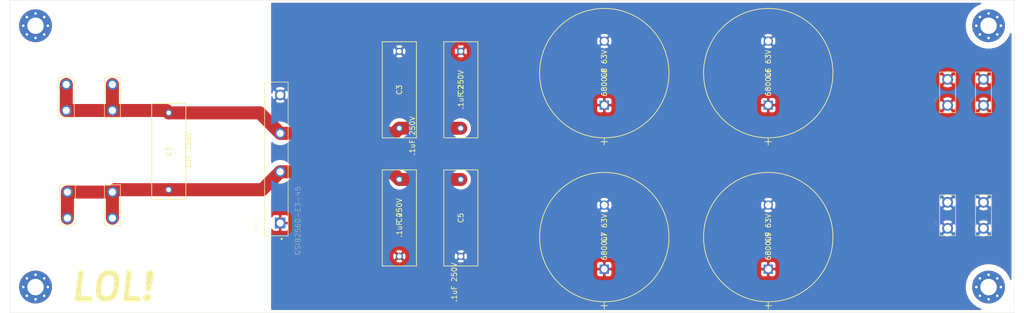
<source format=kicad_pcb>
(kicad_pcb (version 20171130) (host pcbnew "(5.1.5-0-10_14)")

  (general
    (thickness 1.6)
    (drawings 5)
    (tracks 22)
    (zones 0)
    (modules 22)
    (nets 9)
  )

  (page A4)
  (layers
    (0 F.Cu signal)
    (31 B.Cu signal)
    (32 B.Adhes user)
    (33 F.Adhes user)
    (34 B.Paste user)
    (35 F.Paste user)
    (36 B.SilkS user)
    (37 F.SilkS user)
    (38 B.Mask user)
    (39 F.Mask user)
    (40 Dwgs.User user)
    (41 Cmts.User user)
    (42 Eco1.User user)
    (43 Eco2.User user)
    (44 Edge.Cuts user)
    (45 Margin user)
    (46 B.CrtYd user)
    (47 F.CrtYd user)
    (48 B.Fab user)
    (49 F.Fab user)
  )

  (setup
    (last_trace_width 0.508)
    (user_trace_width 0.254)
    (user_trace_width 1.27)
    (user_trace_width 2.54)
    (trace_clearance 1.27)
    (zone_clearance 0.508)
    (zone_45_only no)
    (trace_min 0.2)
    (via_size 0.8)
    (via_drill 0.4)
    (via_min_size 0.4)
    (via_min_drill 0.3)
    (uvia_size 0.3)
    (uvia_drill 0.1)
    (uvias_allowed no)
    (uvia_min_size 0.2)
    (uvia_min_drill 0.1)
    (edge_width 0.05)
    (segment_width 0.2)
    (pcb_text_width 0.3)
    (pcb_text_size 1.5 1.5)
    (mod_edge_width 0.12)
    (mod_text_size 1 1)
    (mod_text_width 0.15)
    (pad_size 1.524 1.524)
    (pad_drill 0.762)
    (pad_to_mask_clearance 0.051)
    (solder_mask_min_width 0.25)
    (aux_axis_origin 0 0)
    (visible_elements FFFFFF7F)
    (pcbplotparams
      (layerselection 0x010fc_ffffffff)
      (usegerberextensions false)
      (usegerberattributes false)
      (usegerberadvancedattributes false)
      (creategerberjobfile false)
      (excludeedgelayer true)
      (linewidth 0.100000)
      (plotframeref false)
      (viasonmask false)
      (mode 1)
      (useauxorigin false)
      (hpglpennumber 1)
      (hpglpenspeed 20)
      (hpglpendiameter 15.000000)
      (psnegative false)
      (psa4output false)
      (plotreference true)
      (plotvalue true)
      (plotinvisibletext false)
      (padsonsilk false)
      (subtractmaskfromsilk false)
      (outputformat 1)
      (mirror false)
      (drillshape 1)
      (scaleselection 1)
      (outputdirectory ""))
  )

  (net 0 "")
  (net 1 "Net-(BR1-Pad+)")
  (net 2 "Net-(BR1-PadAC1)")
  (net 3 "Net-(BR1-PadAC2)")
  (net 4 Earth)
  (net 5 "Net-(H1-Pad1)")
  (net 6 "Net-(H2-Pad1)")
  (net 7 "Net-(H3-Pad1)")
  (net 8 "Net-(H4-Pad1)")

  (net_class Default "This is the default net class."
    (clearance 1.27)
    (trace_width 0.508)
    (via_dia 0.8)
    (via_drill 0.4)
    (uvia_dia 0.3)
    (uvia_drill 0.1)
    (add_net Earth)
    (add_net "Net-(BR1-Pad+)")
    (add_net "Net-(BR1-PadAC1)")
    (add_net "Net-(BR1-PadAC2)")
    (add_net "Net-(H1-Pad1)")
    (add_net "Net-(H2-Pad1)")
    (add_net "Net-(H3-Pad1)")
    (add_net "Net-(H4-Pad1)")
  )

  (module MountingHole:MountingHole_3.2mm_M3_Pad_Via (layer F.Cu) (tedit 56DDBCCA) (tstamp 5E5B6733)
    (at 214 113)
    (descr "Mounting Hole 3.2mm, M3")
    (tags "mounting hole 3.2mm m3")
    (path /5E5B8EBA)
    (attr virtual)
    (fp_text reference H4 (at 0 -4.2) (layer F.SilkS) hide
      (effects (font (size 1 1) (thickness 0.15)))
    )
    (fp_text value MountingHole_Pad (at 0 4.2) (layer F.Fab)
      (effects (font (size 1 1) (thickness 0.15)))
    )
    (fp_circle (center 0 0) (end 3.45 0) (layer F.CrtYd) (width 0.05))
    (fp_circle (center 0 0) (end 3.2 0) (layer Cmts.User) (width 0.15))
    (fp_text user %R (at 0.3 0) (layer F.Fab)
      (effects (font (size 1 1) (thickness 0.15)))
    )
    (pad 1 thru_hole circle (at 1.697056 -1.697056) (size 0.8 0.8) (drill 0.5) (layers *.Cu *.Mask)
      (net 8 "Net-(H4-Pad1)"))
    (pad 1 thru_hole circle (at 0 -2.4) (size 0.8 0.8) (drill 0.5) (layers *.Cu *.Mask)
      (net 8 "Net-(H4-Pad1)"))
    (pad 1 thru_hole circle (at -1.697056 -1.697056) (size 0.8 0.8) (drill 0.5) (layers *.Cu *.Mask)
      (net 8 "Net-(H4-Pad1)"))
    (pad 1 thru_hole circle (at -2.4 0) (size 0.8 0.8) (drill 0.5) (layers *.Cu *.Mask)
      (net 8 "Net-(H4-Pad1)"))
    (pad 1 thru_hole circle (at -1.697056 1.697056) (size 0.8 0.8) (drill 0.5) (layers *.Cu *.Mask)
      (net 8 "Net-(H4-Pad1)"))
    (pad 1 thru_hole circle (at 0 2.4) (size 0.8 0.8) (drill 0.5) (layers *.Cu *.Mask)
      (net 8 "Net-(H4-Pad1)"))
    (pad 1 thru_hole circle (at 1.697056 1.697056) (size 0.8 0.8) (drill 0.5) (layers *.Cu *.Mask)
      (net 8 "Net-(H4-Pad1)"))
    (pad 1 thru_hole circle (at 2.4 0) (size 0.8 0.8) (drill 0.5) (layers *.Cu *.Mask)
      (net 8 "Net-(H4-Pad1)"))
    (pad 1 thru_hole circle (at 0 0) (size 6.4 6.4) (drill 3.2) (layers *.Cu *.Mask)
      (net 8 "Net-(H4-Pad1)"))
  )

  (module MountingHole:MountingHole_3.2mm_M3_Pad_Via (layer F.Cu) (tedit 56DDBCCA) (tstamp 5E5B699C)
    (at 214 62)
    (descr "Mounting Hole 3.2mm, M3")
    (tags "mounting hole 3.2mm m3")
    (path /5E5B88B1)
    (attr virtual)
    (fp_text reference H3 (at 0 -4.2) (layer F.SilkS) hide
      (effects (font (size 1 1) (thickness 0.15)))
    )
    (fp_text value MountingHole_Pad (at 0 4.2) (layer F.Fab)
      (effects (font (size 1 1) (thickness 0.15)))
    )
    (fp_circle (center 0 0) (end 3.45 0) (layer F.CrtYd) (width 0.05))
    (fp_circle (center 0 0) (end 3.2 0) (layer Cmts.User) (width 0.15))
    (fp_text user %R (at 0.3 0) (layer F.Fab)
      (effects (font (size 1 1) (thickness 0.15)))
    )
    (pad 1 thru_hole circle (at 1.697056 -1.697056) (size 0.8 0.8) (drill 0.5) (layers *.Cu *.Mask)
      (net 7 "Net-(H3-Pad1)"))
    (pad 1 thru_hole circle (at 0 -2.4) (size 0.8 0.8) (drill 0.5) (layers *.Cu *.Mask)
      (net 7 "Net-(H3-Pad1)"))
    (pad 1 thru_hole circle (at -1.697056 -1.697056) (size 0.8 0.8) (drill 0.5) (layers *.Cu *.Mask)
      (net 7 "Net-(H3-Pad1)"))
    (pad 1 thru_hole circle (at -2.4 0) (size 0.8 0.8) (drill 0.5) (layers *.Cu *.Mask)
      (net 7 "Net-(H3-Pad1)"))
    (pad 1 thru_hole circle (at -1.697056 1.697056) (size 0.8 0.8) (drill 0.5) (layers *.Cu *.Mask)
      (net 7 "Net-(H3-Pad1)"))
    (pad 1 thru_hole circle (at 0 2.4) (size 0.8 0.8) (drill 0.5) (layers *.Cu *.Mask)
      (net 7 "Net-(H3-Pad1)"))
    (pad 1 thru_hole circle (at 1.697056 1.697056) (size 0.8 0.8) (drill 0.5) (layers *.Cu *.Mask)
      (net 7 "Net-(H3-Pad1)"))
    (pad 1 thru_hole circle (at 2.4 0) (size 0.8 0.8) (drill 0.5) (layers *.Cu *.Mask)
      (net 7 "Net-(H3-Pad1)"))
    (pad 1 thru_hole circle (at 0 0) (size 6.4 6.4) (drill 3.2) (layers *.Cu *.Mask)
      (net 7 "Net-(H3-Pad1)"))
  )

  (module MountingHole:MountingHole_3.2mm_M3_Pad_Via (layer F.Cu) (tedit 56DDBCCA) (tstamp 5E5B6713)
    (at 28 113)
    (descr "Mounting Hole 3.2mm, M3")
    (tags "mounting hole 3.2mm m3")
    (path /5E5B8366)
    (attr virtual)
    (fp_text reference H2 (at 0 -4.2) (layer F.SilkS) hide
      (effects (font (size 1 1) (thickness 0.15)))
    )
    (fp_text value MountingHole_Pad (at 0 4.2) (layer F.Fab)
      (effects (font (size 1 1) (thickness 0.15)))
    )
    (fp_circle (center 0 0) (end 3.45 0) (layer F.CrtYd) (width 0.05))
    (fp_circle (center 0 0) (end 3.2 0) (layer Cmts.User) (width 0.15))
    (fp_text user %R (at 0.3 0) (layer F.Fab)
      (effects (font (size 1 1) (thickness 0.15)))
    )
    (pad 1 thru_hole circle (at 1.697056 -1.697056) (size 0.8 0.8) (drill 0.5) (layers *.Cu *.Mask)
      (net 6 "Net-(H2-Pad1)"))
    (pad 1 thru_hole circle (at 0 -2.4) (size 0.8 0.8) (drill 0.5) (layers *.Cu *.Mask)
      (net 6 "Net-(H2-Pad1)"))
    (pad 1 thru_hole circle (at -1.697056 -1.697056) (size 0.8 0.8) (drill 0.5) (layers *.Cu *.Mask)
      (net 6 "Net-(H2-Pad1)"))
    (pad 1 thru_hole circle (at -2.4 0) (size 0.8 0.8) (drill 0.5) (layers *.Cu *.Mask)
      (net 6 "Net-(H2-Pad1)"))
    (pad 1 thru_hole circle (at -1.697056 1.697056) (size 0.8 0.8) (drill 0.5) (layers *.Cu *.Mask)
      (net 6 "Net-(H2-Pad1)"))
    (pad 1 thru_hole circle (at 0 2.4) (size 0.8 0.8) (drill 0.5) (layers *.Cu *.Mask)
      (net 6 "Net-(H2-Pad1)"))
    (pad 1 thru_hole circle (at 1.697056 1.697056) (size 0.8 0.8) (drill 0.5) (layers *.Cu *.Mask)
      (net 6 "Net-(H2-Pad1)"))
    (pad 1 thru_hole circle (at 2.4 0) (size 0.8 0.8) (drill 0.5) (layers *.Cu *.Mask)
      (net 6 "Net-(H2-Pad1)"))
    (pad 1 thru_hole circle (at 0 0) (size 6.4 6.4) (drill 3.2) (layers *.Cu *.Mask)
      (net 6 "Net-(H2-Pad1)"))
  )

  (module MountingHole:MountingHole_3.2mm_M3_Pad_Via (layer F.Cu) (tedit 56DDBCCA) (tstamp 5E5B6921)
    (at 28 62)
    (descr "Mounting Hole 3.2mm, M3")
    (tags "mounting hole 3.2mm m3")
    (path /5E5B6C73)
    (attr virtual)
    (fp_text reference H1 (at 0 -4.2) (layer F.SilkS) hide
      (effects (font (size 1 1) (thickness 0.15)))
    )
    (fp_text value MountingHole_Pad (at 0 4.2) (layer F.Fab)
      (effects (font (size 1 1) (thickness 0.15)))
    )
    (fp_circle (center 0 0) (end 3.45 0) (layer F.CrtYd) (width 0.05))
    (fp_circle (center 0 0) (end 3.2 0) (layer Cmts.User) (width 0.15))
    (fp_text user %R (at 0.3 0) (layer F.Fab)
      (effects (font (size 1 1) (thickness 0.15)))
    )
    (pad 1 thru_hole circle (at 1.697056 -1.697056) (size 0.8 0.8) (drill 0.5) (layers *.Cu *.Mask)
      (net 5 "Net-(H1-Pad1)"))
    (pad 1 thru_hole circle (at 0 -2.4) (size 0.8 0.8) (drill 0.5) (layers *.Cu *.Mask)
      (net 5 "Net-(H1-Pad1)"))
    (pad 1 thru_hole circle (at -1.697056 -1.697056) (size 0.8 0.8) (drill 0.5) (layers *.Cu *.Mask)
      (net 5 "Net-(H1-Pad1)"))
    (pad 1 thru_hole circle (at -2.4 0) (size 0.8 0.8) (drill 0.5) (layers *.Cu *.Mask)
      (net 5 "Net-(H1-Pad1)"))
    (pad 1 thru_hole circle (at -1.697056 1.697056) (size 0.8 0.8) (drill 0.5) (layers *.Cu *.Mask)
      (net 5 "Net-(H1-Pad1)"))
    (pad 1 thru_hole circle (at 0 2.4) (size 0.8 0.8) (drill 0.5) (layers *.Cu *.Mask)
      (net 5 "Net-(H1-Pad1)"))
    (pad 1 thru_hole circle (at 1.697056 1.697056) (size 0.8 0.8) (drill 0.5) (layers *.Cu *.Mask)
      (net 5 "Net-(H1-Pad1)"))
    (pad 1 thru_hole circle (at 2.4 0) (size 0.8 0.8) (drill 0.5) (layers *.Cu *.Mask)
      (net 5 "Net-(H1-Pad1)"))
    (pad 1 thru_hole circle (at 0 0) (size 6.4 6.4) (drill 3.2) (layers *.Cu *.Mask)
      (net 5 "Net-(H1-Pad1)"))
  )

  (module GSIB2560-E3-45:DIOB_GSIB2560-E3-45 (layer F.Cu) (tedit 0) (tstamp 5E528811)
    (at 75 88 90)
    (path /5E520AEE)
    (fp_text reference BR1 (at -12.7 -4.05 90) (layer F.SilkS)
      (effects (font (size 1 1) (thickness 0.05)))
    )
    (fp_text value GSIB2560-E3-45 (at -12.065 4.205 90) (layer F.SilkS)
      (effects (font (size 1 1) (thickness 0.05)))
    )
    (fp_line (start -15 -2.3) (end -15 1.3) (layer Eco2.User) (width 0.127))
    (fp_line (start -15 1.3) (end -15 2.3) (layer Eco2.User) (width 0.127))
    (fp_line (start -15 2.3) (end 15 2.3) (layer Eco2.User) (width 0.127))
    (fp_line (start 15 2.3) (end 15 1.3) (layer Eco2.User) (width 0.127))
    (fp_line (start 15 1.3) (end 15 -2.3) (layer Eco2.User) (width 0.127))
    (fp_line (start 15 -2.3) (end -15 -2.3) (layer Eco2.User) (width 0.127))
    (fp_line (start -15.25 -2.55) (end -15.25 2.55) (layer Eco1.User) (width 0.05))
    (fp_line (start -15.25 2.55) (end 15.25 2.55) (layer Eco1.User) (width 0.05))
    (fp_line (start 15.25 2.55) (end 15.25 -2.55) (layer Eco1.User) (width 0.05))
    (fp_line (start 15.25 -2.55) (end -15.25 -2.55) (layer Eco1.User) (width 0.05))
    (fp_circle (center -15.6 1.03) (end -15.5 1.03) (layer Eco2.User) (width 0.2))
    (fp_circle (center -15.6 1.03) (end -15.5 1.03) (layer F.SilkS) (width 0.2))
    (fp_line (start 15 -2.3) (end 15 2.3) (layer F.SilkS) (width 0.127))
    (fp_line (start 15 2.3) (end -15 2.3) (layer F.SilkS) (width 0.127))
    (fp_line (start -15 2.3) (end -15 -2.3) (layer F.SilkS) (width 0.127))
    (fp_line (start -15 -2.3) (end 15 -2.3) (layer F.SilkS) (width 0.127))
    (fp_line (start -15 1.3) (end 15 1.3) (layer Eco2.User) (width 0.127))
    (pad + thru_hole rect (at -12.5 0.75 90) (size 2.06 2.06) (drill 1.37) (layers *.Cu *.Mask)
      (net 1 "Net-(BR1-Pad+)"))
    (pad AC1 thru_hole circle (at -2.5 0.75 90) (size 2.06 2.06) (drill 1.37) (layers *.Cu *.Mask)
      (net 2 "Net-(BR1-PadAC1)"))
    (pad AC2 thru_hole circle (at 5 0.75 90) (size 2.06 2.06) (drill 1.37) (layers *.Cu *.Mask)
      (net 3 "Net-(BR1-PadAC2)"))
    (pad - thru_hole circle (at 12.5 0.75 90) (size 2.06 2.06) (drill 1.37) (layers *.Cu *.Mask)
      (net 4 Earth))
  )

  (module film:QXL2E104KTPT (layer F.Cu) (tedit 0) (tstamp 5E528827)
    (at 54 94 270)
    (path /5E5297E0)
    (fp_text reference C1 (at -7.5 0 90) (layer F.SilkS)
      (effects (font (size 1 1) (thickness 0.15)))
    )
    (fp_text value ".1uF 250V" (at -7.5 -3.81 90) (layer F.SilkS)
      (effects (font (size 1 1) (thickness 0.15)))
    )
    (fp_text user "Copyright 2016 Accelerated Designs. All rights reserved." (at 0 0 90) (layer Cmts.User)
      (effects (font (size 0.127 0.127) (thickness 0.002)))
    )
    (fp_text user * (at 0 0 90) (layer F.SilkS)
      (effects (font (size 1 1) (thickness 0.15)))
    )
    (fp_text user * (at 0 0 90) (layer F.Fab)
      (effects (font (size 1 1) (thickness 0.15)))
    )
    (fp_line (start 1.7456 -3.2004) (end -16.7456 -3.2004) (layer F.Fab) (width 0.1524))
    (fp_line (start 1.7456 3.2004) (end -16.7456 3.2004) (layer F.Fab) (width 0.1524))
    (fp_line (start 1.7456 -3.2004) (end 1.7456 3.2004) (layer F.Fab) (width 0.1524))
    (fp_line (start -16.7456 -3.2004) (end -16.7456 3.2004) (layer F.Fab) (width 0.1524))
    (fp_line (start 1.8726 -3.3274) (end -16.8726 -3.3274) (layer F.SilkS) (width 0.1524))
    (fp_line (start 1.8726 3.3274) (end -16.8726 3.3274) (layer F.SilkS) (width 0.1524))
    (fp_line (start 1.8726 -3.3274) (end 1.8726 3.3274) (layer F.SilkS) (width 0.1524))
    (fp_line (start -16.8726 -3.3274) (end -16.8726 3.3274) (layer F.SilkS) (width 0.1524))
    (fp_line (start -16.9996 3.4544) (end -16.9996 -3.4544) (layer F.CrtYd) (width 0.1524))
    (fp_line (start -16.9996 -3.4544) (end 1.9996 -3.4544) (layer F.CrtYd) (width 0.1524))
    (fp_line (start 1.9996 -3.4544) (end 1.9996 3.4544) (layer F.CrtYd) (width 0.1524))
    (fp_line (start 1.9996 3.4544) (end -16.9996 3.4544) (layer F.CrtYd) (width 0.1524))
    (fp_circle (center -16.2376 0) (end -16.2376 0) (layer F.Fab) (width 0.1524))
    (pad 1 thru_hole circle (at -15.000001 0 270) (size 1.3716 1.3716) (drill 0.8636) (layers *.Cu *.Mask)
      (net 3 "Net-(BR1-PadAC2)"))
    (pad 2 thru_hole circle (at 0 0 270) (size 1.3716 1.3716) (drill 0.8636) (layers *.Cu *.Mask)
      (net 2 "Net-(BR1-PadAC1)"))
  )

  (module film:QXL2E104KTPT (layer F.Cu) (tedit 0) (tstamp 5E52883D)
    (at 111 82 270)
    (path /5E52935E)
    (fp_text reference C2 (at -7.5 0 90) (layer F.SilkS)
      (effects (font (size 1 1) (thickness 0.15)))
    )
    (fp_text value ".1uF 250V" (at -7.5 0 90) (layer F.SilkS)
      (effects (font (size 1 1) (thickness 0.15)))
    )
    (fp_circle (center -16.2376 0) (end -16.2376 0) (layer F.Fab) (width 0.1524))
    (fp_line (start 1.9996 3.4544) (end -16.9996 3.4544) (layer F.CrtYd) (width 0.1524))
    (fp_line (start 1.9996 -3.4544) (end 1.9996 3.4544) (layer F.CrtYd) (width 0.1524))
    (fp_line (start -16.9996 -3.4544) (end 1.9996 -3.4544) (layer F.CrtYd) (width 0.1524))
    (fp_line (start -16.9996 3.4544) (end -16.9996 -3.4544) (layer F.CrtYd) (width 0.1524))
    (fp_line (start -16.8726 -3.3274) (end -16.8726 3.3274) (layer F.SilkS) (width 0.1524))
    (fp_line (start 1.8726 -3.3274) (end 1.8726 3.3274) (layer F.SilkS) (width 0.1524))
    (fp_line (start 1.8726 3.3274) (end -16.8726 3.3274) (layer F.SilkS) (width 0.1524))
    (fp_line (start 1.8726 -3.3274) (end -16.8726 -3.3274) (layer F.SilkS) (width 0.1524))
    (fp_line (start -16.7456 -3.2004) (end -16.7456 3.2004) (layer F.Fab) (width 0.1524))
    (fp_line (start 1.7456 -3.2004) (end 1.7456 3.2004) (layer F.Fab) (width 0.1524))
    (fp_line (start 1.7456 3.2004) (end -16.7456 3.2004) (layer F.Fab) (width 0.1524))
    (fp_line (start 1.7456 -3.2004) (end -16.7456 -3.2004) (layer F.Fab) (width 0.1524))
    (fp_text user * (at 0 0 90) (layer F.Fab)
      (effects (font (size 1 1) (thickness 0.15)))
    )
    (fp_text user * (at 0 0 90) (layer F.SilkS)
      (effects (font (size 1 1) (thickness 0.15)))
    )
    (fp_text user "Copyright 2016 Accelerated Designs. All rights reserved." (at 0 0 90) (layer Cmts.User)
      (effects (font (size 0.127 0.127) (thickness 0.002)))
    )
    (pad 2 thru_hole circle (at 0 0 270) (size 1.3716 1.3716) (drill 0.8636) (layers *.Cu *.Mask)
      (net 3 "Net-(BR1-PadAC2)"))
    (pad 1 thru_hole circle (at -15.000001 0 270) (size 1.3716 1.3716) (drill 0.8636) (layers *.Cu *.Mask)
      (net 1 "Net-(BR1-Pad+)"))
  )

  (module film:QXL2E104KTPT (layer F.Cu) (tedit 0) (tstamp 5E528853)
    (at 99 67 90)
    (path /5E526C3F)
    (fp_text reference C3 (at -7.5 0 90) (layer F.SilkS)
      (effects (font (size 1 1) (thickness 0.15)))
    )
    (fp_text value ".1uF 250V" (at -16.51 2.54 90) (layer F.SilkS)
      (effects (font (size 1 1) (thickness 0.15)))
    )
    (fp_text user "Copyright 2016 Accelerated Designs. All rights reserved." (at 0 0 90) (layer Cmts.User)
      (effects (font (size 0.127 0.127) (thickness 0.002)))
    )
    (fp_text user * (at 0 0 90) (layer F.SilkS)
      (effects (font (size 1 1) (thickness 0.15)))
    )
    (fp_text user * (at 0 0 90) (layer F.Fab)
      (effects (font (size 1 1) (thickness 0.15)))
    )
    (fp_line (start 1.7456 -3.2004) (end -16.7456 -3.2004) (layer F.Fab) (width 0.1524))
    (fp_line (start 1.7456 3.2004) (end -16.7456 3.2004) (layer F.Fab) (width 0.1524))
    (fp_line (start 1.7456 -3.2004) (end 1.7456 3.2004) (layer F.Fab) (width 0.1524))
    (fp_line (start -16.7456 -3.2004) (end -16.7456 3.2004) (layer F.Fab) (width 0.1524))
    (fp_line (start 1.8726 -3.3274) (end -16.8726 -3.3274) (layer F.SilkS) (width 0.1524))
    (fp_line (start 1.8726 3.3274) (end -16.8726 3.3274) (layer F.SilkS) (width 0.1524))
    (fp_line (start 1.8726 -3.3274) (end 1.8726 3.3274) (layer F.SilkS) (width 0.1524))
    (fp_line (start -16.8726 -3.3274) (end -16.8726 3.3274) (layer F.SilkS) (width 0.1524))
    (fp_line (start -16.9996 3.4544) (end -16.9996 -3.4544) (layer F.CrtYd) (width 0.1524))
    (fp_line (start -16.9996 -3.4544) (end 1.9996 -3.4544) (layer F.CrtYd) (width 0.1524))
    (fp_line (start 1.9996 -3.4544) (end 1.9996 3.4544) (layer F.CrtYd) (width 0.1524))
    (fp_line (start 1.9996 3.4544) (end -16.9996 3.4544) (layer F.CrtYd) (width 0.1524))
    (fp_circle (center -16.2376 0) (end -16.2376 0) (layer F.Fab) (width 0.1524))
    (pad 1 thru_hole circle (at -15.000001 0 90) (size 1.3716 1.3716) (drill 0.8636) (layers *.Cu *.Mask)
      (net 3 "Net-(BR1-PadAC2)"))
    (pad 2 thru_hole circle (at 0 0 90) (size 1.3716 1.3716) (drill 0.8636) (layers *.Cu *.Mask)
      (net 4 Earth))
  )

  (module film:QXL2E104KTPT (layer F.Cu) (tedit 0) (tstamp 5E528869)
    (at 99 92 90)
    (path /5E5299FC)
    (fp_text reference C4 (at -7.5 0 90) (layer F.SilkS)
      (effects (font (size 1 1) (thickness 0.15)))
    )
    (fp_text value ".1uF 250V" (at -7.5 0 90) (layer F.SilkS)
      (effects (font (size 1 1) (thickness 0.15)))
    )
    (fp_circle (center -16.2376 0) (end -16.2376 0) (layer F.Fab) (width 0.1524))
    (fp_line (start 1.9996 3.4544) (end -16.9996 3.4544) (layer F.CrtYd) (width 0.1524))
    (fp_line (start 1.9996 -3.4544) (end 1.9996 3.4544) (layer F.CrtYd) (width 0.1524))
    (fp_line (start -16.9996 -3.4544) (end 1.9996 -3.4544) (layer F.CrtYd) (width 0.1524))
    (fp_line (start -16.9996 3.4544) (end -16.9996 -3.4544) (layer F.CrtYd) (width 0.1524))
    (fp_line (start -16.8726 -3.3274) (end -16.8726 3.3274) (layer F.SilkS) (width 0.1524))
    (fp_line (start 1.8726 -3.3274) (end 1.8726 3.3274) (layer F.SilkS) (width 0.1524))
    (fp_line (start 1.8726 3.3274) (end -16.8726 3.3274) (layer F.SilkS) (width 0.1524))
    (fp_line (start 1.8726 -3.3274) (end -16.8726 -3.3274) (layer F.SilkS) (width 0.1524))
    (fp_line (start -16.7456 -3.2004) (end -16.7456 3.2004) (layer F.Fab) (width 0.1524))
    (fp_line (start 1.7456 -3.2004) (end 1.7456 3.2004) (layer F.Fab) (width 0.1524))
    (fp_line (start 1.7456 3.2004) (end -16.7456 3.2004) (layer F.Fab) (width 0.1524))
    (fp_line (start 1.7456 -3.2004) (end -16.7456 -3.2004) (layer F.Fab) (width 0.1524))
    (fp_text user * (at 0 0 90) (layer F.Fab)
      (effects (font (size 1 1) (thickness 0.15)))
    )
    (fp_text user * (at 0 0 90) (layer F.SilkS)
      (effects (font (size 1 1) (thickness 0.15)))
    )
    (fp_text user "Copyright 2016 Accelerated Designs. All rights reserved." (at 0 0 90) (layer Cmts.User)
      (effects (font (size 0.127 0.127) (thickness 0.002)))
    )
    (pad 2 thru_hole circle (at 0 0 90) (size 1.3716 1.3716) (drill 0.8636) (layers *.Cu *.Mask)
      (net 2 "Net-(BR1-PadAC1)"))
    (pad 1 thru_hole circle (at -15.000001 0 90) (size 1.3716 1.3716) (drill 0.8636) (layers *.Cu *.Mask)
      (net 1 "Net-(BR1-Pad+)"))
  )

  (module film:QXL2E104KTPT (layer F.Cu) (tedit 0) (tstamp 5E52887F)
    (at 111 107 270)
    (path /5E529F95)
    (fp_text reference C5 (at -7.5 0 90) (layer F.SilkS)
      (effects (font (size 1 1) (thickness 0.15)))
    )
    (fp_text value ".1uF 250V" (at 5.08 1.27 90) (layer F.SilkS)
      (effects (font (size 1 1) (thickness 0.15)))
    )
    (fp_text user "Copyright 2016 Accelerated Designs. All rights reserved." (at 0 0 90) (layer Cmts.User)
      (effects (font (size 0.127 0.127) (thickness 0.002)))
    )
    (fp_text user * (at 0 0 90) (layer F.SilkS)
      (effects (font (size 1 1) (thickness 0.15)))
    )
    (fp_text user * (at 0 0 90) (layer F.Fab)
      (effects (font (size 1 1) (thickness 0.15)))
    )
    (fp_line (start 1.7456 -3.2004) (end -16.7456 -3.2004) (layer F.Fab) (width 0.1524))
    (fp_line (start 1.7456 3.2004) (end -16.7456 3.2004) (layer F.Fab) (width 0.1524))
    (fp_line (start 1.7456 -3.2004) (end 1.7456 3.2004) (layer F.Fab) (width 0.1524))
    (fp_line (start -16.7456 -3.2004) (end -16.7456 3.2004) (layer F.Fab) (width 0.1524))
    (fp_line (start 1.8726 -3.3274) (end -16.8726 -3.3274) (layer F.SilkS) (width 0.1524))
    (fp_line (start 1.8726 3.3274) (end -16.8726 3.3274) (layer F.SilkS) (width 0.1524))
    (fp_line (start 1.8726 -3.3274) (end 1.8726 3.3274) (layer F.SilkS) (width 0.1524))
    (fp_line (start -16.8726 -3.3274) (end -16.8726 3.3274) (layer F.SilkS) (width 0.1524))
    (fp_line (start -16.9996 3.4544) (end -16.9996 -3.4544) (layer F.CrtYd) (width 0.1524))
    (fp_line (start -16.9996 -3.4544) (end 1.9996 -3.4544) (layer F.CrtYd) (width 0.1524))
    (fp_line (start 1.9996 -3.4544) (end 1.9996 3.4544) (layer F.CrtYd) (width 0.1524))
    (fp_line (start 1.9996 3.4544) (end -16.9996 3.4544) (layer F.CrtYd) (width 0.1524))
    (fp_circle (center -16.2376 0) (end -16.2376 0) (layer F.Fab) (width 0.1524))
    (pad 1 thru_hole circle (at -15.000001 0 270) (size 1.3716 1.3716) (drill 0.8636) (layers *.Cu *.Mask)
      (net 2 "Net-(BR1-PadAC1)"))
    (pad 2 thru_hole circle (at 0 0 270) (size 1.3716 1.3716) (drill 0.8636) (layers *.Cu *.Mask)
      (net 4 Earth))
  )

  (module footprints:UKW1J682MRD (layer F.Cu) (tedit 0) (tstamp 5E528896)
    (at 171 65 90)
    (path /5E52A22C)
    (fp_text reference C6 (at -6.2484 0 90) (layer F.SilkS)
      (effects (font (size 1 1) (thickness 0.15)))
    )
    (fp_text value "6800uF 63V" (at -6.2484 0 90) (layer F.SilkS)
      (effects (font (size 1 1) (thickness 0.15)))
    )
    (fp_circle (center -6.2484 0) (end 6.3754 0) (layer F.SilkS) (width 0.1524))
    (fp_circle (center -6.2484 0) (end 6.2484 0) (layer F.Fab) (width 0.1524))
    (fp_line (start -18.9992 -5.25033) (end -11.49873 -12.7508) (layer F.CrtYd) (width 0.1524))
    (fp_line (start -18.9992 5.25033) (end -18.9992 -5.25033) (layer F.CrtYd) (width 0.1524))
    (fp_line (start -11.49873 12.7508) (end -18.9992 5.25033) (layer F.CrtYd) (width 0.1524))
    (fp_line (start -0.99807 12.7508) (end -11.49873 12.7508) (layer F.CrtYd) (width 0.1524))
    (fp_line (start 6.5024 5.25033) (end -0.99807 12.7508) (layer F.CrtYd) (width 0.1524))
    (fp_line (start 6.5024 -5.25033) (end 6.5024 5.25033) (layer F.CrtYd) (width 0.1524))
    (fp_line (start -0.99807 -12.7508) (end 6.5024 -5.25033) (layer F.CrtYd) (width 0.1524))
    (fp_line (start -11.49873 -12.7508) (end -0.99807 -12.7508) (layer F.CrtYd) (width 0.1524))
    (fp_line (start -19.6342 -0.635) (end -19.6342 0.635) (layer F.SilkS) (width 0.1524))
    (fp_line (start -20.2692 0) (end -18.9992 0) (layer F.SilkS) (width 0.1524))
    (fp_line (start -19.6342 -0.635) (end -19.6342 0.635) (layer F.Fab) (width 0.1524))
    (fp_line (start -20.2692 0) (end -18.9992 0) (layer F.Fab) (width 0.1524))
    (fp_text user * (at 0 0 90) (layer F.Fab)
      (effects (font (size 1 1) (thickness 0.15)))
    )
    (fp_text user * (at 0 0 90) (layer F.SilkS)
      (effects (font (size 1 1) (thickness 0.15)))
    )
    (fp_text user "Copyright 2016 Accelerated Designs. All rights reserved." (at 0 0 90) (layer Cmts.User)
      (effects (font (size 0.127 0.127) (thickness 0.002)))
    )
    (pad 2 thru_hole circle (at 0 0 90) (size 1.778 1.778) (drill 1.27) (layers *.Cu *.Mask)
      (net 4 Earth))
    (pad 1 thru_hole rect (at -12.4968 0 90) (size 1.778 1.778) (drill 1.27) (layers *.Cu *.Mask)
      (net 1 "Net-(BR1-Pad+)"))
  )

  (module footprints:UKW1J682MRD (layer F.Cu) (tedit 0) (tstamp 5E52A191)
    (at 139 97 90)
    (path /5E52A5DC)
    (fp_text reference C7 (at -6.2484 0 90) (layer F.SilkS)
      (effects (font (size 1 1) (thickness 0.15)))
    )
    (fp_text value "6800uF 63V" (at -6.2484 0 90) (layer F.SilkS)
      (effects (font (size 1 1) (thickness 0.15)))
    )
    (fp_text user "Copyright 2016 Accelerated Designs. All rights reserved." (at 0 0 90) (layer Cmts.User)
      (effects (font (size 0.127 0.127) (thickness 0.002)))
    )
    (fp_text user * (at 0 0 90) (layer F.SilkS)
      (effects (font (size 1 1) (thickness 0.15)))
    )
    (fp_text user * (at 0 0 90) (layer F.Fab)
      (effects (font (size 1 1) (thickness 0.15)))
    )
    (fp_line (start -20.2692 0) (end -18.9992 0) (layer F.Fab) (width 0.1524))
    (fp_line (start -19.6342 -0.635) (end -19.6342 0.635) (layer F.Fab) (width 0.1524))
    (fp_line (start -20.2692 0) (end -18.9992 0) (layer F.SilkS) (width 0.1524))
    (fp_line (start -19.6342 -0.635) (end -19.6342 0.635) (layer F.SilkS) (width 0.1524))
    (fp_line (start -11.49873 -12.7508) (end -0.99807 -12.7508) (layer F.CrtYd) (width 0.1524))
    (fp_line (start -0.99807 -12.7508) (end 6.5024 -5.25033) (layer F.CrtYd) (width 0.1524))
    (fp_line (start 6.5024 -5.25033) (end 6.5024 5.25033) (layer F.CrtYd) (width 0.1524))
    (fp_line (start 6.5024 5.25033) (end -0.99807 12.7508) (layer F.CrtYd) (width 0.1524))
    (fp_line (start -0.99807 12.7508) (end -11.49873 12.7508) (layer F.CrtYd) (width 0.1524))
    (fp_line (start -11.49873 12.7508) (end -18.9992 5.25033) (layer F.CrtYd) (width 0.1524))
    (fp_line (start -18.9992 5.25033) (end -18.9992 -5.25033) (layer F.CrtYd) (width 0.1524))
    (fp_line (start -18.9992 -5.25033) (end -11.49873 -12.7508) (layer F.CrtYd) (width 0.1524))
    (fp_circle (center -6.2484 0) (end 6.2484 0) (layer F.Fab) (width 0.1524))
    (fp_circle (center -6.2484 0) (end 6.3754 0) (layer F.SilkS) (width 0.1524))
    (pad 1 thru_hole rect (at -12.4968 0 90) (size 1.778 1.778) (drill 1.27) (layers *.Cu *.Mask)
      (net 1 "Net-(BR1-Pad+)"))
    (pad 2 thru_hole circle (at 0 0 90) (size 1.778 1.778) (drill 1.27) (layers *.Cu *.Mask)
      (net 4 Earth))
  )

  (module footprints:UKW1J682MRD (layer F.Cu) (tedit 0) (tstamp 5E5288C4)
    (at 139 65 90)
    (path /5E52A8CB)
    (fp_text reference C8 (at -6.2484 0 90) (layer F.SilkS)
      (effects (font (size 1 1) (thickness 0.15)))
    )
    (fp_text value "6800uF 63V" (at -6.2484 0 90) (layer F.SilkS)
      (effects (font (size 1 1) (thickness 0.15)))
    )
    (fp_circle (center -6.2484 0) (end 6.3754 0) (layer F.SilkS) (width 0.1524))
    (fp_circle (center -6.2484 0) (end 6.2484 0) (layer F.Fab) (width 0.1524))
    (fp_line (start -18.9992 -5.25033) (end -11.49873 -12.7508) (layer F.CrtYd) (width 0.1524))
    (fp_line (start -18.9992 5.25033) (end -18.9992 -5.25033) (layer F.CrtYd) (width 0.1524))
    (fp_line (start -11.49873 12.7508) (end -18.9992 5.25033) (layer F.CrtYd) (width 0.1524))
    (fp_line (start -0.99807 12.7508) (end -11.49873 12.7508) (layer F.CrtYd) (width 0.1524))
    (fp_line (start 6.5024 5.25033) (end -0.99807 12.7508) (layer F.CrtYd) (width 0.1524))
    (fp_line (start 6.5024 -5.25033) (end 6.5024 5.25033) (layer F.CrtYd) (width 0.1524))
    (fp_line (start -0.99807 -12.7508) (end 6.5024 -5.25033) (layer F.CrtYd) (width 0.1524))
    (fp_line (start -11.49873 -12.7508) (end -0.99807 -12.7508) (layer F.CrtYd) (width 0.1524))
    (fp_line (start -19.6342 -0.635) (end -19.6342 0.635) (layer F.SilkS) (width 0.1524))
    (fp_line (start -20.2692 0) (end -18.9992 0) (layer F.SilkS) (width 0.1524))
    (fp_line (start -19.6342 -0.635) (end -19.6342 0.635) (layer F.Fab) (width 0.1524))
    (fp_line (start -20.2692 0) (end -18.9992 0) (layer F.Fab) (width 0.1524))
    (fp_text user * (at 0 0 90) (layer F.Fab)
      (effects (font (size 1 1) (thickness 0.15)))
    )
    (fp_text user * (at 0 0 90) (layer F.SilkS)
      (effects (font (size 1 1) (thickness 0.15)))
    )
    (fp_text user "Copyright 2016 Accelerated Designs. All rights reserved." (at 0 0 90) (layer Cmts.User)
      (effects (font (size 0.127 0.127) (thickness 0.002)))
    )
    (pad 2 thru_hole circle (at 0 0 90) (size 1.778 1.778) (drill 1.27) (layers *.Cu *.Mask)
      (net 4 Earth))
    (pad 1 thru_hole rect (at -12.4968 0 90) (size 1.778 1.778) (drill 1.27) (layers *.Cu *.Mask)
      (net 1 "Net-(BR1-Pad+)"))
  )

  (module footprints:UKW1J682MRD (layer F.Cu) (tedit 0) (tstamp 5E5288DB)
    (at 171 97 90)
    (path /5E52ABE6)
    (fp_text reference C9 (at -6.2484 0 90) (layer F.SilkS)
      (effects (font (size 1 1) (thickness 0.15)))
    )
    (fp_text value "6800uF 63V" (at -6.2484 0 90) (layer F.SilkS)
      (effects (font (size 1 1) (thickness 0.15)))
    )
    (fp_text user "Copyright 2016 Accelerated Designs. All rights reserved." (at 0 0 90) (layer Cmts.User)
      (effects (font (size 0.127 0.127) (thickness 0.002)))
    )
    (fp_text user * (at 0 0 90) (layer F.SilkS)
      (effects (font (size 1 1) (thickness 0.15)))
    )
    (fp_text user * (at 0 0 90) (layer F.Fab)
      (effects (font (size 1 1) (thickness 0.15)))
    )
    (fp_line (start -20.2692 0) (end -18.9992 0) (layer F.Fab) (width 0.1524))
    (fp_line (start -19.6342 -0.635) (end -19.6342 0.635) (layer F.Fab) (width 0.1524))
    (fp_line (start -20.2692 0) (end -18.9992 0) (layer F.SilkS) (width 0.1524))
    (fp_line (start -19.6342 -0.635) (end -19.6342 0.635) (layer F.SilkS) (width 0.1524))
    (fp_line (start -11.49873 -12.7508) (end -0.99807 -12.7508) (layer F.CrtYd) (width 0.1524))
    (fp_line (start -0.99807 -12.7508) (end 6.5024 -5.25033) (layer F.CrtYd) (width 0.1524))
    (fp_line (start 6.5024 -5.25033) (end 6.5024 5.25033) (layer F.CrtYd) (width 0.1524))
    (fp_line (start 6.5024 5.25033) (end -0.99807 12.7508) (layer F.CrtYd) (width 0.1524))
    (fp_line (start -0.99807 12.7508) (end -11.49873 12.7508) (layer F.CrtYd) (width 0.1524))
    (fp_line (start -11.49873 12.7508) (end -18.9992 5.25033) (layer F.CrtYd) (width 0.1524))
    (fp_line (start -18.9992 5.25033) (end -18.9992 -5.25033) (layer F.CrtYd) (width 0.1524))
    (fp_line (start -18.9992 -5.25033) (end -11.49873 -12.7508) (layer F.CrtYd) (width 0.1524))
    (fp_circle (center -6.2484 0) (end 6.2484 0) (layer F.Fab) (width 0.1524))
    (fp_circle (center -6.2484 0) (end 6.3754 0) (layer F.SilkS) (width 0.1524))
    (pad 1 thru_hole rect (at -12.4968 0 90) (size 1.778 1.778) (drill 1.27) (layers *.Cu *.Mask)
      (net 1 "Net-(BR1-Pad+)"))
    (pad 2 thru_hole circle (at 0 0 90) (size 1.778 1.778) (drill 1.27) (layers *.Cu *.Mask)
      (net 4 Earth))
  )

  (module footprints2:TE_1217861-1 (layer F.Cu) (tedit 5E520D95) (tstamp 5E5288E9)
    (at 34 76 90)
    (path /5E53748F)
    (fp_text reference J1 (at -1.61889 -2.207614 90) (layer F.SilkS)
      (effects (font (size 0.640353 0.640353) (thickness 0.015)))
    )
    (fp_text value 1217861-1 (at 1.07735 2.294773 90) (layer F.Fab)
      (effects (font (size 0.640327 0.640327) (thickness 0.015)))
    )
    (fp_line (start -3.96 -1.56) (end 3.96 -1.56) (layer F.SilkS) (width 0.127))
    (fp_line (start 3.96 -1.56) (end 3.96 1.56) (layer F.SilkS) (width 0.127))
    (fp_line (start 3.96 1.56) (end -3.96 1.56) (layer F.SilkS) (width 0.127))
    (fp_line (start -3.96 1.56) (end -3.96 -1.56) (layer F.SilkS) (width 0.127))
    (fp_line (start -4.21 -1.81) (end 4.21 -1.81) (layer F.CrtYd) (width 0.05))
    (fp_line (start 4.21 -1.81) (end 4.21 1.81) (layer F.CrtYd) (width 0.05))
    (fp_line (start 4.21 1.81) (end -4.21 1.81) (layer F.CrtYd) (width 0.05))
    (fp_line (start -4.21 1.81) (end -4.21 -1.81) (layer F.CrtYd) (width 0.05))
    (pad 1 thru_hole circle (at -2.54 0 90) (size 2.1 2.1) (drill 1.4) (layers *.Cu *.Mask)
      (net 3 "Net-(BR1-PadAC2)"))
    (pad 2 thru_hole circle (at 2.54 0 90) (size 2.1 2.1) (drill 1.4) (layers *.Cu *.Mask)
      (net 3 "Net-(BR1-PadAC2)"))
  )

  (module footprints2:TE_1217861-1 (layer F.Cu) (tedit 5E520D95) (tstamp 5E5288F7)
    (at 43 76 90)
    (path /5E536B28)
    (fp_text reference J2 (at -1.61889 -2.207614 90) (layer F.SilkS)
      (effects (font (size 0.640353 0.640353) (thickness 0.015)))
    )
    (fp_text value 1217861-1 (at 1.07735 2.294773 90) (layer F.Fab)
      (effects (font (size 0.640327 0.640327) (thickness 0.015)))
    )
    (fp_line (start -4.21 1.81) (end -4.21 -1.81) (layer F.CrtYd) (width 0.05))
    (fp_line (start 4.21 1.81) (end -4.21 1.81) (layer F.CrtYd) (width 0.05))
    (fp_line (start 4.21 -1.81) (end 4.21 1.81) (layer F.CrtYd) (width 0.05))
    (fp_line (start -4.21 -1.81) (end 4.21 -1.81) (layer F.CrtYd) (width 0.05))
    (fp_line (start -3.96 1.56) (end -3.96 -1.56) (layer F.SilkS) (width 0.127))
    (fp_line (start 3.96 1.56) (end -3.96 1.56) (layer F.SilkS) (width 0.127))
    (fp_line (start 3.96 -1.56) (end 3.96 1.56) (layer F.SilkS) (width 0.127))
    (fp_line (start -3.96 -1.56) (end 3.96 -1.56) (layer F.SilkS) (width 0.127))
    (pad 2 thru_hole circle (at 2.54 0 90) (size 2.1 2.1) (drill 1.4) (layers *.Cu *.Mask)
      (net 3 "Net-(BR1-PadAC2)"))
    (pad 1 thru_hole circle (at -2.54 0 90) (size 2.1 2.1) (drill 1.4) (layers *.Cu *.Mask)
      (net 3 "Net-(BR1-PadAC2)"))
  )

  (module footprints2:TE_1217861-1 (layer F.Cu) (tedit 5E520D95) (tstamp 5E528905)
    (at 34.225 97 90)
    (path /5E5378F6)
    (fp_text reference J3 (at -1.61889 -2.207614 90) (layer F.SilkS)
      (effects (font (size 0.640353 0.640353) (thickness 0.015)))
    )
    (fp_text value 1217861-1 (at 1.07735 2.294773 90) (layer F.Fab)
      (effects (font (size 0.640327 0.640327) (thickness 0.015)))
    )
    (fp_line (start -4.21 1.81) (end -4.21 -1.81) (layer F.CrtYd) (width 0.05))
    (fp_line (start 4.21 1.81) (end -4.21 1.81) (layer F.CrtYd) (width 0.05))
    (fp_line (start 4.21 -1.81) (end 4.21 1.81) (layer F.CrtYd) (width 0.05))
    (fp_line (start -4.21 -1.81) (end 4.21 -1.81) (layer F.CrtYd) (width 0.05))
    (fp_line (start -3.96 1.56) (end -3.96 -1.56) (layer F.SilkS) (width 0.127))
    (fp_line (start 3.96 1.56) (end -3.96 1.56) (layer F.SilkS) (width 0.127))
    (fp_line (start 3.96 -1.56) (end 3.96 1.56) (layer F.SilkS) (width 0.127))
    (fp_line (start -3.96 -1.56) (end 3.96 -1.56) (layer F.SilkS) (width 0.127))
    (pad 2 thru_hole circle (at 2.54 0 90) (size 2.1 2.1) (drill 1.4) (layers *.Cu *.Mask)
      (net 2 "Net-(BR1-PadAC1)"))
    (pad 1 thru_hole circle (at -2.54 0 90) (size 2.1 2.1) (drill 1.4) (layers *.Cu *.Mask)
      (net 2 "Net-(BR1-PadAC1)"))
  )

  (module footprints2:TE_1217861-1 (layer F.Cu) (tedit 5E520D95) (tstamp 5E529B44)
    (at 43 97 90)
    (path /5E537D79)
    (fp_text reference J4 (at -1.61889 -2.207614 90) (layer F.SilkS)
      (effects (font (size 0.640353 0.640353) (thickness 0.015)))
    )
    (fp_text value 1217861-1 (at 1.07735 2.294773 90) (layer F.Fab)
      (effects (font (size 0.640327 0.640327) (thickness 0.015)))
    )
    (fp_line (start -3.96 -1.56) (end 3.96 -1.56) (layer F.SilkS) (width 0.127))
    (fp_line (start 3.96 -1.56) (end 3.96 1.56) (layer F.SilkS) (width 0.127))
    (fp_line (start 3.96 1.56) (end -3.96 1.56) (layer F.SilkS) (width 0.127))
    (fp_line (start -3.96 1.56) (end -3.96 -1.56) (layer F.SilkS) (width 0.127))
    (fp_line (start -4.21 -1.81) (end 4.21 -1.81) (layer F.CrtYd) (width 0.05))
    (fp_line (start 4.21 -1.81) (end 4.21 1.81) (layer F.CrtYd) (width 0.05))
    (fp_line (start 4.21 1.81) (end -4.21 1.81) (layer F.CrtYd) (width 0.05))
    (fp_line (start -4.21 1.81) (end -4.21 -1.81) (layer F.CrtYd) (width 0.05))
    (pad 1 thru_hole circle (at -2.54 0 90) (size 2.1 2.1) (drill 1.4) (layers *.Cu *.Mask)
      (net 2 "Net-(BR1-PadAC1)"))
    (pad 2 thru_hole circle (at 2.54 0 90) (size 2.1 2.1) (drill 1.4) (layers *.Cu *.Mask)
      (net 2 "Net-(BR1-PadAC1)"))
  )

  (module footprints2:TE_1217861-1 (layer F.Cu) (tedit 5E520D95) (tstamp 5E529EC8)
    (at 206 75 90)
    (path /5E5359D1)
    (fp_text reference J5 (at -1.61889 -2.207614 90) (layer F.SilkS)
      (effects (font (size 0.640353 0.640353) (thickness 0.015)))
    )
    (fp_text value 1217861-1 (at 1.07735 2.294773 90) (layer F.Fab)
      (effects (font (size 0.640327 0.640327) (thickness 0.015)))
    )
    (fp_line (start -3.96 -1.56) (end 3.96 -1.56) (layer F.SilkS) (width 0.127))
    (fp_line (start 3.96 -1.56) (end 3.96 1.56) (layer F.SilkS) (width 0.127))
    (fp_line (start 3.96 1.56) (end -3.96 1.56) (layer F.SilkS) (width 0.127))
    (fp_line (start -3.96 1.56) (end -3.96 -1.56) (layer F.SilkS) (width 0.127))
    (fp_line (start -4.21 -1.81) (end 4.21 -1.81) (layer F.CrtYd) (width 0.05))
    (fp_line (start 4.21 -1.81) (end 4.21 1.81) (layer F.CrtYd) (width 0.05))
    (fp_line (start 4.21 1.81) (end -4.21 1.81) (layer F.CrtYd) (width 0.05))
    (fp_line (start -4.21 1.81) (end -4.21 -1.81) (layer F.CrtYd) (width 0.05))
    (pad 1 thru_hole circle (at -2.54 0 90) (size 2.1 2.1) (drill 1.4) (layers *.Cu *.Mask)
      (net 1 "Net-(BR1-Pad+)"))
    (pad 2 thru_hole circle (at 2.54 0 90) (size 2.1 2.1) (drill 1.4) (layers *.Cu *.Mask)
      (net 1 "Net-(BR1-Pad+)"))
  )

  (module footprints2:TE_1217861-1 (layer F.Cu) (tedit 5E520D95) (tstamp 5E529EEF)
    (at 213 75 90)
    (path /5E5348B2)
    (fp_text reference J6 (at -1.61889 -2.207614 90) (layer F.SilkS)
      (effects (font (size 0.640353 0.640353) (thickness 0.015)))
    )
    (fp_text value 1217861-1 (at 1.07735 2.294773 90) (layer F.Fab)
      (effects (font (size 0.640327 0.640327) (thickness 0.015)))
    )
    (fp_line (start -4.21 1.81) (end -4.21 -1.81) (layer F.CrtYd) (width 0.05))
    (fp_line (start 4.21 1.81) (end -4.21 1.81) (layer F.CrtYd) (width 0.05))
    (fp_line (start 4.21 -1.81) (end 4.21 1.81) (layer F.CrtYd) (width 0.05))
    (fp_line (start -4.21 -1.81) (end 4.21 -1.81) (layer F.CrtYd) (width 0.05))
    (fp_line (start -3.96 1.56) (end -3.96 -1.56) (layer F.SilkS) (width 0.127))
    (fp_line (start 3.96 1.56) (end -3.96 1.56) (layer F.SilkS) (width 0.127))
    (fp_line (start 3.96 -1.56) (end 3.96 1.56) (layer F.SilkS) (width 0.127))
    (fp_line (start -3.96 -1.56) (end 3.96 -1.56) (layer F.SilkS) (width 0.127))
    (pad 2 thru_hole circle (at 2.54 0 90) (size 2.1 2.1) (drill 1.4) (layers *.Cu *.Mask)
      (net 1 "Net-(BR1-Pad+)"))
    (pad 1 thru_hole circle (at -2.54 0 90) (size 2.1 2.1) (drill 1.4) (layers *.Cu *.Mask)
      (net 1 "Net-(BR1-Pad+)"))
  )

  (module footprints2:TE_1217861-1 (layer F.Cu) (tedit 5E520D95) (tstamp 5E52893D)
    (at 213 99 90)
    (path /5E535F38)
    (fp_text reference J7 (at -1.61889 -2.207614 90) (layer F.SilkS)
      (effects (font (size 0.640353 0.640353) (thickness 0.015)))
    )
    (fp_text value 1217861-1 (at 1.07735 2.294773 90) (layer F.Fab)
      (effects (font (size 0.640327 0.640327) (thickness 0.015)))
    )
    (fp_line (start -4.21 1.81) (end -4.21 -1.81) (layer F.CrtYd) (width 0.05))
    (fp_line (start 4.21 1.81) (end -4.21 1.81) (layer F.CrtYd) (width 0.05))
    (fp_line (start 4.21 -1.81) (end 4.21 1.81) (layer F.CrtYd) (width 0.05))
    (fp_line (start -4.21 -1.81) (end 4.21 -1.81) (layer F.CrtYd) (width 0.05))
    (fp_line (start -3.96 1.56) (end -3.96 -1.56) (layer F.SilkS) (width 0.127))
    (fp_line (start 3.96 1.56) (end -3.96 1.56) (layer F.SilkS) (width 0.127))
    (fp_line (start 3.96 -1.56) (end 3.96 1.56) (layer F.SilkS) (width 0.127))
    (fp_line (start -3.96 -1.56) (end 3.96 -1.56) (layer F.SilkS) (width 0.127))
    (pad 2 thru_hole circle (at 2.54 0 90) (size 2.1 2.1) (drill 1.4) (layers *.Cu *.Mask)
      (net 4 Earth))
    (pad 1 thru_hole circle (at -2.54 0 90) (size 2.1 2.1) (drill 1.4) (layers *.Cu *.Mask)
      (net 4 Earth))
  )

  (module footprints2:TE_1217861-1 (layer F.Cu) (tedit 5E520D95) (tstamp 5E52894B)
    (at 206 99 90)
    (path /5E536725)
    (fp_text reference J8 (at -1.61889 -2.207614 90) (layer F.SilkS)
      (effects (font (size 0.640353 0.640353) (thickness 0.015)))
    )
    (fp_text value 1217861-1 (at 1.07735 2.294773 90) (layer F.Fab)
      (effects (font (size 0.640327 0.640327) (thickness 0.015)))
    )
    (fp_line (start -3.96 -1.56) (end 3.96 -1.56) (layer F.SilkS) (width 0.127))
    (fp_line (start 3.96 -1.56) (end 3.96 1.56) (layer F.SilkS) (width 0.127))
    (fp_line (start 3.96 1.56) (end -3.96 1.56) (layer F.SilkS) (width 0.127))
    (fp_line (start -3.96 1.56) (end -3.96 -1.56) (layer F.SilkS) (width 0.127))
    (fp_line (start -4.21 -1.81) (end 4.21 -1.81) (layer F.CrtYd) (width 0.05))
    (fp_line (start 4.21 -1.81) (end 4.21 1.81) (layer F.CrtYd) (width 0.05))
    (fp_line (start 4.21 1.81) (end -4.21 1.81) (layer F.CrtYd) (width 0.05))
    (fp_line (start -4.21 1.81) (end -4.21 -1.81) (layer F.CrtYd) (width 0.05))
    (pad 1 thru_hole circle (at -2.54 0 90) (size 2.1 2.1) (drill 1.4) (layers *.Cu *.Mask)
      (net 4 Earth))
    (pad 2 thru_hole circle (at 2.54 0 90) (size 2.1 2.1) (drill 1.4) (layers *.Cu *.Mask)
      (net 4 Earth))
  )

  (gr_text LOL! (at 43 113) (layer F.SilkS)
    (effects (font (size 5.08 5.08) (thickness 1.016) italic))
  )
  (gr_line (start 219 57) (end 23 57) (layer Edge.Cuts) (width 0.05) (tstamp 5E557A1F))
  (gr_line (start 219 118) (end 219 57) (layer Edge.Cuts) (width 0.05))
  (gr_line (start 23 118) (end 219 118) (layer Edge.Cuts) (width 0.05))
  (gr_line (start 23 57) (end 23 118) (layer Edge.Cuts) (width 0.05))

  (segment (start 43.46 94) (end 43 94.46) (width 2.54) (layer F.Cu) (net 2))
  (segment (start 54 94) (end 43.46 94) (width 2.54) (layer F.Cu) (net 2))
  (segment (start 43 99.54) (end 43 94.46) (width 2.54) (layer F.Cu) (net 2))
  (segment (start 34.225 99.54) (end 34.225 94.46) (width 2.54) (layer F.Cu) (net 2))
  (segment (start 34.225 94.46) (end 43 94.46) (width 2.54) (layer F.Cu) (net 2))
  (segment (start 72.25 94) (end 75.75 90.5) (width 2.54) (layer F.Cu) (net 2))
  (segment (start 54 94) (end 72.25 94) (width 2.54) (layer F.Cu) (net 2))
  (segment (start 97.5 90.5) (end 99 92) (width 2.54) (layer F.Cu) (net 2))
  (segment (start 75.75 90.5) (end 97.5 90.5) (width 2.54) (layer F.Cu) (net 2))
  (segment (start 110.999999 92) (end 111 91.999999) (width 2.54) (layer F.Cu) (net 2))
  (segment (start 99 92) (end 110.999999 92) (width 2.54) (layer F.Cu) (net 2))
  (segment (start 34 73.46) (end 34 78.54) (width 2.54) (layer F.Cu) (net 3))
  (segment (start 43 73.46) (end 43 78.54) (width 2.54) (layer F.Cu) (net 3))
  (segment (start 34 78.54) (end 43 78.54) (width 2.54) (layer F.Cu) (net 3))
  (segment (start 53.540001 78.54) (end 54 78.999999) (width 2.54) (layer F.Cu) (net 3))
  (segment (start 43 78.54) (end 53.540001 78.54) (width 2.54) (layer F.Cu) (net 3))
  (segment (start 71.749999 78.999999) (end 75.75 83) (width 2.54) (layer F.Cu) (net 3))
  (segment (start 54 78.999999) (end 71.749999 78.999999) (width 2.54) (layer F.Cu) (net 3))
  (segment (start 98.000001 83) (end 99 82.000001) (width 2.54) (layer F.Cu) (net 3))
  (segment (start 75.75 83) (end 98.000001 83) (width 2.54) (layer F.Cu) (net 3))
  (segment (start 99.000001 82) (end 99 82.000001) (width 2.54) (layer F.Cu) (net 3))
  (segment (start 111 82) (end 99.000001 82) (width 2.54) (layer F.Cu) (net 3))

  (zone (net 1) (net_name "Net-(BR1-Pad+)") (layer F.Cu) (tstamp 0) (hatch edge 0.508)
    (connect_pads (clearance 0.508))
    (min_thickness 0.254)
    (fill yes (arc_segments 32) (thermal_gap 0.508) (thermal_bridge_width 0.508))
    (polygon
      (pts
        (xy 219 118) (xy 74 118) (xy 74 57) (xy 219 57)
      )
    )
    (filled_polygon
      (pts
        (xy 211.822504 57.926191) (xy 211.069583 58.429277) (xy 210.429277 59.069583) (xy 209.926191 59.822504) (xy 209.57966 60.659105)
        (xy 209.403 61.547235) (xy 209.403 62.452765) (xy 209.57966 63.340895) (xy 209.926191 64.177496) (xy 210.429277 64.930417)
        (xy 211.069583 65.570723) (xy 211.822504 66.073809) (xy 212.659105 66.42034) (xy 213.547235 66.597) (xy 214.452765 66.597)
        (xy 215.340895 66.42034) (xy 216.177496 66.073809) (xy 216.930417 65.570723) (xy 217.570723 64.930417) (xy 218.073809 64.177496)
        (xy 218.340001 63.534851) (xy 218.34 111.465147) (xy 218.073809 110.822504) (xy 217.570723 110.069583) (xy 216.930417 109.429277)
        (xy 216.177496 108.926191) (xy 215.340895 108.57966) (xy 214.452765 108.403) (xy 213.547235 108.403) (xy 212.659105 108.57966)
        (xy 211.822504 108.926191) (xy 211.069583 109.429277) (xy 210.429277 110.069583) (xy 209.926191 110.822504) (xy 209.57966 111.659105)
        (xy 209.403 112.547235) (xy 209.403 113.452765) (xy 209.57966 114.340895) (xy 209.926191 115.177496) (xy 210.429277 115.930417)
        (xy 211.069583 116.570723) (xy 211.822504 117.073809) (xy 212.465147 117.34) (xy 74.127 117.34) (xy 74.127 110.3858)
        (xy 137.472928 110.3858) (xy 137.485188 110.510282) (xy 137.521498 110.62998) (xy 137.580463 110.740294) (xy 137.659815 110.836985)
        (xy 137.756506 110.916337) (xy 137.86682 110.975302) (xy 137.986518 111.011612) (xy 138.111 111.023872) (xy 138.71425 111.0208)
        (xy 138.873 110.86205) (xy 138.873 109.6238) (xy 139.127 109.6238) (xy 139.127 110.86205) (xy 139.28575 111.0208)
        (xy 139.889 111.023872) (xy 140.013482 111.011612) (xy 140.13318 110.975302) (xy 140.243494 110.916337) (xy 140.340185 110.836985)
        (xy 140.419537 110.740294) (xy 140.478502 110.62998) (xy 140.514812 110.510282) (xy 140.527072 110.3858) (xy 169.472928 110.3858)
        (xy 169.485188 110.510282) (xy 169.521498 110.62998) (xy 169.580463 110.740294) (xy 169.659815 110.836985) (xy 169.756506 110.916337)
        (xy 169.86682 110.975302) (xy 169.986518 111.011612) (xy 170.111 111.023872) (xy 170.71425 111.0208) (xy 170.873 110.86205)
        (xy 170.873 109.6238) (xy 171.127 109.6238) (xy 171.127 110.86205) (xy 171.28575 111.0208) (xy 171.889 111.023872)
        (xy 172.013482 111.011612) (xy 172.13318 110.975302) (xy 172.243494 110.916337) (xy 172.340185 110.836985) (xy 172.419537 110.740294)
        (xy 172.478502 110.62998) (xy 172.514812 110.510282) (xy 172.527072 110.3858) (xy 172.524 109.78255) (xy 172.36525 109.6238)
        (xy 171.127 109.6238) (xy 170.873 109.6238) (xy 169.63475 109.6238) (xy 169.476 109.78255) (xy 169.472928 110.3858)
        (xy 140.527072 110.3858) (xy 140.524 109.78255) (xy 140.36525 109.6238) (xy 139.127 109.6238) (xy 138.873 109.6238)
        (xy 137.63475 109.6238) (xy 137.476 109.78255) (xy 137.472928 110.3858) (xy 74.127 110.3858) (xy 74.127 107.911122)
        (xy 98.268485 107.911122) (xy 98.326221 108.143443) (xy 98.562242 108.25292) (xy 98.815086 108.314248) (xy 99.075036 108.32507)
        (xy 99.332103 108.284971) (xy 99.576407 108.195491) (xy 99.673779 108.143443) (xy 99.731515 107.911122) (xy 99 107.179606)
        (xy 98.268485 107.911122) (xy 74.127 107.911122) (xy 74.127 107.075037) (xy 97.674931 107.075037) (xy 97.71503 107.332104)
        (xy 97.80451 107.576408) (xy 97.856558 107.67378) (xy 98.088879 107.731516) (xy 98.820395 107.000001) (xy 99.179605 107.000001)
        (xy 99.911121 107.731516) (xy 100.143442 107.67378) (xy 100.252919 107.437759) (xy 100.314247 107.184915) (xy 100.325069 106.924965)
        (xy 100.304775 106.794862) (xy 108.9172 106.794862) (xy 108.9172 107.205138) (xy 108.997241 107.60753) (xy 109.154246 107.986576)
        (xy 109.382183 108.327708) (xy 109.672292 108.617817) (xy 110.013424 108.845754) (xy 110.39247 109.002759) (xy 110.794862 109.0828)
        (xy 111.205138 109.0828) (xy 111.60753 109.002759) (xy 111.986576 108.845754) (xy 112.327708 108.617817) (xy 112.337725 108.6078)
        (xy 137.472928 108.6078) (xy 137.476 109.21105) (xy 137.63475 109.3698) (xy 138.873 109.3698) (xy 138.873 108.13155)
        (xy 139.127 108.13155) (xy 139.127 109.3698) (xy 140.36525 109.3698) (xy 140.524 109.21105) (xy 140.527072 108.6078)
        (xy 169.472928 108.6078) (xy 169.476 109.21105) (xy 169.63475 109.3698) (xy 170.873 109.3698) (xy 170.873 108.13155)
        (xy 171.127 108.13155) (xy 171.127 109.3698) (xy 172.36525 109.3698) (xy 172.524 109.21105) (xy 172.527072 108.6078)
        (xy 172.514812 108.483318) (xy 172.478502 108.36362) (xy 172.419537 108.253306) (xy 172.340185 108.156615) (xy 172.243494 108.077263)
        (xy 172.13318 108.018298) (xy 172.013482 107.981988) (xy 171.889 107.969728) (xy 171.28575 107.9728) (xy 171.127 108.13155)
        (xy 170.873 108.13155) (xy 170.71425 107.9728) (xy 170.111 107.969728) (xy 169.986518 107.981988) (xy 169.86682 108.018298)
        (xy 169.756506 108.077263) (xy 169.659815 108.156615) (xy 169.580463 108.253306) (xy 169.521498 108.36362) (xy 169.485188 108.483318)
        (xy 169.472928 108.6078) (xy 140.527072 108.6078) (xy 140.514812 108.483318) (xy 140.478502 108.36362) (xy 140.419537 108.253306)
        (xy 140.340185 108.156615) (xy 140.243494 108.077263) (xy 140.13318 108.018298) (xy 140.013482 107.981988) (xy 139.889 107.969728)
        (xy 139.28575 107.9728) (xy 139.127 108.13155) (xy 138.873 108.13155) (xy 138.71425 107.9728) (xy 138.111 107.969728)
        (xy 137.986518 107.981988) (xy 137.86682 108.018298) (xy 137.756506 108.077263) (xy 137.659815 108.156615) (xy 137.580463 108.253306)
        (xy 137.521498 108.36362) (xy 137.485188 108.483318) (xy 137.472928 108.6078) (xy 112.337725 108.6078) (xy 112.617817 108.327708)
        (xy 112.845754 107.986576) (xy 113.002759 107.60753) (xy 113.0828 107.205138) (xy 113.0828 106.794862) (xy 113.002759 106.39247)
        (xy 112.845754 106.013424) (xy 112.617817 105.672292) (xy 112.327708 105.382183) (xy 111.986576 105.154246) (xy 111.60753 104.997241)
        (xy 111.205138 104.9172) (xy 110.794862 104.9172) (xy 110.39247 104.997241) (xy 110.013424 105.154246) (xy 109.672292 105.382183)
        (xy 109.382183 105.672292) (xy 109.154246 106.013424) (xy 108.997241 106.39247) (xy 108.9172 106.794862) (xy 100.304775 106.794862)
        (xy 100.28497 106.667898) (xy 100.19549 106.423594) (xy 100.143442 106.326222) (xy 99.911121 106.268486) (xy 99.179605 107.000001)
        (xy 98.820395 107.000001) (xy 98.088879 106.268486) (xy 97.856558 106.326222) (xy 97.747081 106.562243) (xy 97.685753 106.815087)
        (xy 97.674931 107.075037) (xy 74.127 107.075037) (xy 74.127 106.08888) (xy 98.268485 106.08888) (xy 99 106.820396)
        (xy 99.731515 106.08888) (xy 99.673779 105.856559) (xy 99.437758 105.747082) (xy 99.184914 105.685754) (xy 98.924964 105.674932)
        (xy 98.667897 105.715031) (xy 98.423593 105.804511) (xy 98.326221 105.856559) (xy 98.268485 106.08888) (xy 74.127 106.08888)
        (xy 74.127 101.762649) (xy 74.130498 101.77418) (xy 74.189463 101.884494) (xy 74.268815 101.981185) (xy 74.365506 102.060537)
        (xy 74.47582 102.119502) (xy 74.595518 102.155812) (xy 74.72 102.168072) (xy 75.46425 102.165) (xy 75.623 102.00625)
        (xy 75.623 100.627) (xy 75.877 100.627) (xy 75.877 102.00625) (xy 76.03575 102.165) (xy 76.78 102.168072)
        (xy 76.904482 102.155812) (xy 77.02418 102.119502) (xy 77.134494 102.060537) (xy 77.231185 101.981185) (xy 77.310537 101.884494)
        (xy 77.369502 101.77418) (xy 77.405812 101.654482) (xy 77.418072 101.53) (xy 77.417119 101.298992) (xy 203.553 101.298992)
        (xy 203.553 101.781008) (xy 203.647037 102.253764) (xy 203.831497 102.699089) (xy 204.099291 103.099872) (xy 204.440128 103.440709)
        (xy 204.840911 103.708503) (xy 205.286236 103.892963) (xy 205.758992 103.987) (xy 206.241008 103.987) (xy 206.713764 103.892963)
        (xy 207.159089 103.708503) (xy 207.559872 103.440709) (xy 207.900709 103.099872) (xy 208.168503 102.699089) (xy 208.352963 102.253764)
        (xy 208.447 101.781008) (xy 208.447 101.298992) (xy 210.553 101.298992) (xy 210.553 101.781008) (xy 210.647037 102.253764)
        (xy 210.831497 102.699089) (xy 211.099291 103.099872) (xy 211.440128 103.440709) (xy 211.840911 103.708503) (xy 212.286236 103.892963)
        (xy 212.758992 103.987) (xy 213.241008 103.987) (xy 213.713764 103.892963) (xy 214.159089 103.708503) (xy 214.559872 103.440709)
        (xy 214.900709 103.099872) (xy 215.168503 102.699089) (xy 215.352963 102.253764) (xy 215.447 101.781008) (xy 215.447 101.298992)
        (xy 215.352963 100.826236) (xy 215.168503 100.380911) (xy 214.900709 99.980128) (xy 214.559872 99.639291) (xy 214.159089 99.371497)
        (xy 213.713764 99.187037) (xy 213.241008 99.093) (xy 212.758992 99.093) (xy 212.286236 99.187037) (xy 211.840911 99.371497)
        (xy 211.440128 99.639291) (xy 211.099291 99.980128) (xy 210.831497 100.380911) (xy 210.647037 100.826236) (xy 210.553 101.298992)
        (xy 208.447 101.298992) (xy 208.352963 100.826236) (xy 208.168503 100.380911) (xy 207.900709 99.980128) (xy 207.559872 99.639291)
        (xy 207.159089 99.371497) (xy 206.713764 99.187037) (xy 206.241008 99.093) (xy 205.758992 99.093) (xy 205.286236 99.187037)
        (xy 204.840911 99.371497) (xy 204.440128 99.639291) (xy 204.099291 99.980128) (xy 203.831497 100.380911) (xy 203.647037 100.826236)
        (xy 203.553 101.298992) (xy 77.417119 101.298992) (xy 77.415 100.78575) (xy 77.25625 100.627) (xy 75.877 100.627)
        (xy 75.623 100.627) (xy 75.603 100.627) (xy 75.603 100.373) (xy 75.623 100.373) (xy 75.623 98.99375)
        (xy 75.877 98.99375) (xy 75.877 100.373) (xy 77.25625 100.373) (xy 77.415 100.21425) (xy 77.418072 99.47)
        (xy 77.405812 99.345518) (xy 77.369502 99.22582) (xy 77.310537 99.115506) (xy 77.231185 99.018815) (xy 77.134494 98.939463)
        (xy 77.02418 98.880498) (xy 76.904482 98.844188) (xy 76.78 98.831928) (xy 76.03575 98.835) (xy 75.877 98.99375)
        (xy 75.623 98.99375) (xy 75.46425 98.835) (xy 74.72 98.831928) (xy 74.595518 98.844188) (xy 74.47582 98.880498)
        (xy 74.365506 98.939463) (xy 74.268815 99.018815) (xy 74.189463 99.115506) (xy 74.130498 99.22582) (xy 74.127 99.237351)
        (xy 74.127 96.774849) (xy 136.714 96.774849) (xy 136.714 97.225151) (xy 136.80185 97.666802) (xy 136.974173 98.082827)
        (xy 137.224348 98.45724) (xy 137.54276 98.775652) (xy 137.917173 99.025827) (xy 138.333198 99.19815) (xy 138.774849 99.286)
        (xy 139.225151 99.286) (xy 139.666802 99.19815) (xy 140.082827 99.025827) (xy 140.45724 98.775652) (xy 140.775652 98.45724)
        (xy 141.025827 98.082827) (xy 141.19815 97.666802) (xy 141.286 97.225151) (xy 141.286 96.774849) (xy 168.714 96.774849)
        (xy 168.714 97.225151) (xy 168.80185 97.666802) (xy 168.974173 98.082827) (xy 169.224348 98.45724) (xy 169.54276 98.775652)
        (xy 169.917173 99.025827) (xy 170.333198 99.19815) (xy 170.774849 99.286) (xy 171.225151 99.286) (xy 171.666802 99.19815)
        (xy 172.082827 99.025827) (xy 172.45724 98.775652) (xy 172.775652 98.45724) (xy 173.025827 98.082827) (xy 173.19815 97.666802)
        (xy 173.286 97.225151) (xy 173.286 96.774849) (xy 173.19815 96.333198) (xy 173.150845 96.218992) (xy 203.553 96.218992)
        (xy 203.553 96.701008) (xy 203.647037 97.173764) (xy 203.831497 97.619089) (xy 204.099291 98.019872) (xy 204.440128 98.360709)
        (xy 204.840911 98.628503) (xy 205.286236 98.812963) (xy 205.758992 98.907) (xy 206.241008 98.907) (xy 206.713764 98.812963)
        (xy 207.159089 98.628503) (xy 207.559872 98.360709) (xy 207.900709 98.019872) (xy 208.168503 97.619089) (xy 208.352963 97.173764)
        (xy 208.447 96.701008) (xy 208.447 96.218992) (xy 210.553 96.218992) (xy 210.553 96.701008) (xy 210.647037 97.173764)
        (xy 210.831497 97.619089) (xy 211.099291 98.019872) (xy 211.440128 98.360709) (xy 211.840911 98.628503) (xy 212.286236 98.812963)
        (xy 212.758992 98.907) (xy 213.241008 98.907) (xy 213.713764 98.812963) (xy 214.159089 98.628503) (xy 214.559872 98.360709)
        (xy 214.900709 98.019872) (xy 215.168503 97.619089) (xy 215.352963 97.173764) (xy 215.447 96.701008) (xy 215.447 96.218992)
        (xy 215.352963 95.746236) (xy 215.168503 95.300911) (xy 214.900709 94.900128) (xy 214.559872 94.559291) (xy 214.159089 94.291497)
        (xy 213.713764 94.107037) (xy 213.241008 94.013) (xy 212.758992 94.013) (xy 212.286236 94.107037) (xy 211.840911 94.291497)
        (xy 211.440128 94.559291) (xy 211.099291 94.900128) (xy 210.831497 95.300911) (xy 210.647037 95.746236) (xy 210.553 96.218992)
        (xy 208.447 96.218992) (xy 208.352963 95.746236) (xy 208.168503 95.300911) (xy 207.900709 94.900128) (xy 207.559872 94.559291)
        (xy 207.159089 94.291497) (xy 206.713764 94.107037) (xy 206.241008 94.013) (xy 205.758992 94.013) (xy 205.286236 94.107037)
        (xy 204.840911 94.291497) (xy 204.440128 94.559291) (xy 204.099291 94.900128) (xy 203.831497 95.300911) (xy 203.647037 95.746236)
        (xy 203.553 96.218992) (xy 173.150845 96.218992) (xy 173.025827 95.917173) (xy 172.775652 95.54276) (xy 172.45724 95.224348)
        (xy 172.082827 94.974173) (xy 171.666802 94.80185) (xy 171.225151 94.714) (xy 170.774849 94.714) (xy 170.333198 94.80185)
        (xy 169.917173 94.974173) (xy 169.54276 95.224348) (xy 169.224348 95.54276) (xy 168.974173 95.917173) (xy 168.80185 96.333198)
        (xy 168.714 96.774849) (xy 141.286 96.774849) (xy 141.19815 96.333198) (xy 141.025827 95.917173) (xy 140.775652 95.54276)
        (xy 140.45724 95.224348) (xy 140.082827 94.974173) (xy 139.666802 94.80185) (xy 139.225151 94.714) (xy 138.774849 94.714)
        (xy 138.333198 94.80185) (xy 137.917173 94.974173) (xy 137.54276 95.224348) (xy 137.224348 95.54276) (xy 136.974173 95.917173)
        (xy 136.80185 96.333198) (xy 136.714 96.774849) (xy 74.127 96.774849) (xy 74.127 95.909732) (xy 74.144978 95.894978)
        (xy 74.228497 95.79321) (xy 76.854708 93.167) (xy 96.395293 93.167) (xy 97.021503 93.79321) (xy 97.105022 93.894978)
        (xy 97.511125 94.228259) (xy 97.974445 94.475908) (xy 98.360168 94.592916) (xy 98.477176 94.62841) (xy 98.531672 94.633777)
        (xy 98.868985 94.667) (xy 98.868991 94.667) (xy 98.999999 94.679903) (xy 99.131007 94.667) (xy 110.868991 94.667)
        (xy 110.999999 94.679903) (xy 111.131007 94.667) (xy 111.131014 94.667) (xy 111.522822 94.62841) (xy 112.025554 94.475908)
        (xy 112.488874 94.228259) (xy 112.894977 93.894978) (xy 113.228258 93.488875) (xy 113.475907 93.025555) (xy 113.589594 92.650779)
        (xy 113.62841 92.522822) (xy 113.679903 92) (xy 113.62841 91.477176) (xy 113.475907 90.974445) (xy 113.314403 90.672292)
        (xy 113.228258 90.511125) (xy 112.894977 90.105022) (xy 112.488874 89.771741) (xy 112.025554 89.524092) (xy 111.522823 89.371589)
        (xy 110.999999 89.320096) (xy 110.868981 89.333) (xy 100.104707 89.333) (xy 99.478497 88.70679) (xy 99.394978 88.605022)
        (xy 98.988875 88.271741) (xy 98.525555 88.024092) (xy 98.022823 87.87159) (xy 97.631015 87.833) (xy 97.631008 87.833)
        (xy 97.5 87.820097) (xy 97.368992 87.833) (xy 75.881007 87.833) (xy 75.749999 87.820097) (xy 75.618991 87.833)
        (xy 75.618985 87.833) (xy 75.281672 87.866223) (xy 75.227176 87.87159) (xy 75.110168 87.907084) (xy 74.724445 88.024092)
        (xy 74.261125 88.271741) (xy 74.127 88.381815) (xy 74.127 85.118185) (xy 74.261125 85.228259) (xy 74.724445 85.475908)
        (xy 75.227176 85.62841) (xy 75.276528 85.633271) (xy 75.618985 85.667) (xy 75.618992 85.667) (xy 75.75 85.679903)
        (xy 75.881008 85.667) (xy 97.868993 85.667) (xy 98.000001 85.679903) (xy 98.131009 85.667) (xy 98.131016 85.667)
        (xy 98.522824 85.62841) (xy 99.025556 85.475908) (xy 99.488876 85.228259) (xy 99.894979 84.894978) (xy 99.978498 84.79321)
        (xy 100.104708 84.667) (xy 111.131015 84.667) (xy 111.522823 84.62841) (xy 112.025555 84.475908) (xy 112.488875 84.228259)
        (xy 112.894978 83.894978) (xy 113.228259 83.488875) (xy 113.475908 83.025555) (xy 113.62841 82.522823) (xy 113.679904 82)
        (xy 113.62841 81.477177) (xy 113.475908 80.974445) (xy 113.228259 80.511125) (xy 112.894978 80.105022) (xy 112.488875 79.771741)
        (xy 112.025555 79.524092) (xy 111.522823 79.37159) (xy 111.131015 79.333) (xy 99.131008 79.333) (xy 99 79.320097)
        (xy 98.868992 79.333) (xy 98.868986 79.333) (xy 98.477178 79.37159) (xy 97.974446 79.524092) (xy 97.511126 79.771741)
        (xy 97.105023 80.105022) (xy 97.021505 80.206789) (xy 96.895294 80.333) (xy 76.854707 80.333) (xy 74.907507 78.3858)
        (xy 137.472928 78.3858) (xy 137.485188 78.510282) (xy 137.521498 78.62998) (xy 137.580463 78.740294) (xy 137.659815 78.836985)
        (xy 137.756506 78.916337) (xy 137.86682 78.975302) (xy 137.986518 79.011612) (xy 138.111 79.023872) (xy 138.71425 79.0208)
        (xy 138.873 78.86205) (xy 138.873 77.6238) (xy 139.127 77.6238) (xy 139.127 78.86205) (xy 139.28575 79.0208)
        (xy 139.889 79.023872) (xy 140.013482 79.011612) (xy 140.13318 78.975302) (xy 140.243494 78.916337) (xy 140.340185 78.836985)
        (xy 140.419537 78.740294) (xy 140.478502 78.62998) (xy 140.514812 78.510282) (xy 140.527072 78.3858) (xy 169.472928 78.3858)
        (xy 169.485188 78.510282) (xy 169.521498 78.62998) (xy 169.580463 78.740294) (xy 169.659815 78.836985) (xy 169.756506 78.916337)
        (xy 169.86682 78.975302) (xy 169.986518 79.011612) (xy 170.111 79.023872) (xy 170.71425 79.0208) (xy 170.873 78.86205)
        (xy 170.873 77.6238) (xy 171.127 77.6238) (xy 171.127 78.86205) (xy 171.28575 79.0208) (xy 171.889 79.023872)
        (xy 172.013482 79.011612) (xy 172.13318 78.975302) (xy 172.243494 78.916337) (xy 172.340185 78.836985) (xy 172.419537 78.740294)
        (xy 172.435159 78.711066) (xy 205.008539 78.711066) (xy 205.110339 78.980579) (xy 205.408477 79.126463) (xy 205.729346 79.21138)
        (xy 206.060617 79.232066) (xy 206.389557 79.187728) (xy 206.703527 79.080069) (xy 206.889661 78.980579) (xy 206.991461 78.711066)
        (xy 212.008539 78.711066) (xy 212.110339 78.980579) (xy 212.408477 79.126463) (xy 212.729346 79.21138) (xy 213.060617 79.232066)
        (xy 213.389557 79.187728) (xy 213.703527 79.080069) (xy 213.889661 78.980579) (xy 213.991461 78.711066) (xy 213 77.719605)
        (xy 212.008539 78.711066) (xy 206.991461 78.711066) (xy 206 77.719605) (xy 205.008539 78.711066) (xy 172.435159 78.711066)
        (xy 172.478502 78.62998) (xy 172.514812 78.510282) (xy 172.527072 78.3858) (xy 172.524 77.78255) (xy 172.36525 77.6238)
        (xy 171.127 77.6238) (xy 170.873 77.6238) (xy 169.63475 77.6238) (xy 169.476 77.78255) (xy 169.472928 78.3858)
        (xy 140.527072 78.3858) (xy 140.524 77.78255) (xy 140.36525 77.6238) (xy 139.127 77.6238) (xy 138.873 77.6238)
        (xy 137.63475 77.6238) (xy 137.476 77.78255) (xy 137.472928 78.3858) (xy 74.907507 78.3858) (xy 74.127 77.605293)
        (xy 74.127 77.309296) (xy 74.202878 77.385174) (xy 74.600385 77.650779) (xy 75.04207 77.833732) (xy 75.510961 77.927)
        (xy 75.989039 77.927) (xy 76.45793 77.833732) (xy 76.899615 77.650779) (xy 76.974687 77.600617) (xy 204.307934 77.600617)
        (xy 204.352272 77.929557) (xy 204.459931 78.243527) (xy 204.559421 78.429661) (xy 204.828934 78.531461) (xy 205.820395 77.54)
        (xy 206.179605 77.54) (xy 207.171066 78.531461) (xy 207.440579 78.429661) (xy 207.586463 78.131523) (xy 207.67138 77.810654)
        (xy 207.684495 77.600617) (xy 211.307934 77.600617) (xy 211.352272 77.929557) (xy 211.459931 78.243527) (xy 211.559421 78.429661)
        (xy 211.828934 78.531461) (xy 212.820395 77.54) (xy 213.179605 77.54) (xy 214.171066 78.531461) (xy 214.440579 78.429661)
        (xy 214.586463 78.131523) (xy 214.67138 77.810654) (xy 214.692066 77.479383) (xy 214.647728 77.150443) (xy 214.540069 76.836473)
        (xy 214.440579 76.650339) (xy 214.171066 76.548539) (xy 213.179605 77.54) (xy 212.820395 77.54) (xy 211.828934 76.548539)
        (xy 211.559421 76.650339) (xy 211.413537 76.948477) (xy 211.32862 77.269346) (xy 211.307934 77.600617) (xy 207.684495 77.600617)
        (xy 207.692066 77.479383) (xy 207.647728 77.150443) (xy 207.540069 76.836473) (xy 207.440579 76.650339) (xy 207.171066 76.548539)
        (xy 206.179605 77.54) (xy 205.820395 77.54) (xy 204.828934 76.548539) (xy 204.559421 76.650339) (xy 204.413537 76.948477)
        (xy 204.32862 77.269346) (xy 204.307934 77.600617) (xy 76.974687 77.600617) (xy 77.297122 77.385174) (xy 77.635174 77.047122)
        (xy 77.900779 76.649615) (xy 77.918099 76.6078) (xy 137.472928 76.6078) (xy 137.476 77.21105) (xy 137.63475 77.3698)
        (xy 138.873 77.3698) (xy 138.873 76.13155) (xy 139.127 76.13155) (xy 139.127 77.3698) (xy 140.36525 77.3698)
        (xy 140.524 77.21105) (xy 140.527072 76.6078) (xy 169.472928 76.6078) (xy 169.476 77.21105) (xy 169.63475 77.3698)
        (xy 170.873 77.3698) (xy 170.873 76.13155) (xy 171.127 76.13155) (xy 171.127 77.3698) (xy 172.36525 77.3698)
        (xy 172.524 77.21105) (xy 172.527072 76.6078) (xy 172.514812 76.483318) (xy 172.480114 76.368934) (xy 205.008539 76.368934)
        (xy 206 77.360395) (xy 206.991461 76.368934) (xy 212.008539 76.368934) (xy 213 77.360395) (xy 213.991461 76.368934)
        (xy 213.889661 76.099421) (xy 213.591523 75.953537) (xy 213.270654 75.86862) (xy 212.939383 75.847934) (xy 212.610443 75.892272)
        (xy 212.296473 75.999931) (xy 212.110339 76.099421) (xy 212.008539 76.368934) (xy 206.991461 76.368934) (xy 206.889661 76.099421)
        (xy 206.591523 75.953537) (xy 206.270654 75.86862) (xy 205.939383 75.847934) (xy 205.610443 75.892272) (xy 205.296473 75.999931)
        (xy 205.110339 76.099421) (xy 205.008539 76.368934) (xy 172.480114 76.368934) (xy 172.478502 76.36362) (xy 172.419537 76.253306)
        (xy 172.340185 76.156615) (xy 172.243494 76.077263) (xy 172.13318 76.018298) (xy 172.013482 75.981988) (xy 171.889 75.969728)
        (xy 171.28575 75.9728) (xy 171.127 76.13155) (xy 170.873 76.13155) (xy 170.71425 75.9728) (xy 170.111 75.969728)
        (xy 169.986518 75.981988) (xy 169.86682 76.018298) (xy 169.756506 76.077263) (xy 169.659815 76.156615) (xy 169.580463 76.253306)
        (xy 169.521498 76.36362) (xy 169.485188 76.483318) (xy 169.472928 76.6078) (xy 140.527072 76.6078) (xy 140.514812 76.483318)
        (xy 140.478502 76.36362) (xy 140.419537 76.253306) (xy 140.340185 76.156615) (xy 140.243494 76.077263) (xy 140.13318 76.018298)
        (xy 140.013482 75.981988) (xy 139.889 75.969728) (xy 139.28575 75.9728) (xy 139.127 76.13155) (xy 138.873 76.13155)
        (xy 138.71425 75.9728) (xy 138.111 75.969728) (xy 137.986518 75.981988) (xy 137.86682 76.018298) (xy 137.756506 76.077263)
        (xy 137.659815 76.156615) (xy 137.580463 76.253306) (xy 137.521498 76.36362) (xy 137.485188 76.483318) (xy 137.472928 76.6078)
        (xy 77.918099 76.6078) (xy 78.083732 76.20793) (xy 78.177 75.739039) (xy 78.177 75.260961) (xy 78.083732 74.79207)
        (xy 77.900779 74.350385) (xy 77.635174 73.952878) (xy 77.313362 73.631066) (xy 205.008539 73.631066) (xy 205.110339 73.900579)
        (xy 205.408477 74.046463) (xy 205.729346 74.13138) (xy 206.060617 74.152066) (xy 206.389557 74.107728) (xy 206.703527 74.000069)
        (xy 206.889661 73.900579) (xy 206.991461 73.631066) (xy 212.008539 73.631066) (xy 212.110339 73.900579) (xy 212.408477 74.046463)
        (xy 212.729346 74.13138) (xy 213.060617 74.152066) (xy 213.389557 74.107728) (xy 213.703527 74.000069) (xy 213.889661 73.900579)
        (xy 213.991461 73.631066) (xy 213 72.639605) (xy 212.008539 73.631066) (xy 206.991461 73.631066) (xy 206 72.639605)
        (xy 205.008539 73.631066) (xy 77.313362 73.631066) (xy 77.297122 73.614826) (xy 76.899615 73.349221) (xy 76.45793 73.166268)
        (xy 75.989039 73.073) (xy 75.510961 73.073) (xy 75.04207 73.166268) (xy 74.600385 73.349221) (xy 74.202878 73.614826)
        (xy 74.127 73.690704) (xy 74.127 72.520617) (xy 204.307934 72.520617) (xy 204.352272 72.849557) (xy 204.459931 73.163527)
        (xy 204.559421 73.349661) (xy 204.828934 73.451461) (xy 205.820395 72.46) (xy 206.179605 72.46) (xy 207.171066 73.451461)
        (xy 207.440579 73.349661) (xy 207.586463 73.051523) (xy 207.67138 72.730654) (xy 207.684495 72.520617) (xy 211.307934 72.520617)
        (xy 211.352272 72.849557) (xy 211.459931 73.163527) (xy 211.559421 73.349661) (xy 211.828934 73.451461) (xy 212.820395 72.46)
        (xy 213.179605 72.46) (xy 214.171066 73.451461) (xy 214.440579 73.349661) (xy 214.586463 73.051523) (xy 214.67138 72.730654)
        (xy 214.692066 72.399383) (xy 214.647728 72.070443) (xy 214.540069 71.756473) (xy 214.440579 71.570339) (xy 214.171066 71.468539)
        (xy 213.179605 72.46) (xy 212.820395 72.46) (xy 211.828934 71.468539) (xy 211.559421 71.570339) (xy 211.413537 71.868477)
        (xy 211.32862 72.189346) (xy 211.307934 72.520617) (xy 207.684495 72.520617) (xy 207.692066 72.399383) (xy 207.647728 72.070443)
        (xy 207.540069 71.756473) (xy 207.440579 71.570339) (xy 207.171066 71.468539) (xy 206.179605 72.46) (xy 205.820395 72.46)
        (xy 204.828934 71.468539) (xy 204.559421 71.570339) (xy 204.413537 71.868477) (xy 204.32862 72.189346) (xy 204.307934 72.520617)
        (xy 74.127 72.520617) (xy 74.127 71.288934) (xy 205.008539 71.288934) (xy 206 72.280395) (xy 206.991461 71.288934)
        (xy 212.008539 71.288934) (xy 213 72.280395) (xy 213.991461 71.288934) (xy 213.889661 71.019421) (xy 213.591523 70.873537)
        (xy 213.270654 70.78862) (xy 212.939383 70.767934) (xy 212.610443 70.812272) (xy 212.296473 70.919931) (xy 212.110339 71.019421)
        (xy 212.008539 71.288934) (xy 206.991461 71.288934) (xy 206.889661 71.019421) (xy 206.591523 70.873537) (xy 206.270654 70.78862)
        (xy 205.939383 70.767934) (xy 205.610443 70.812272) (xy 205.296473 70.919931) (xy 205.110339 71.019421) (xy 205.008539 71.288934)
        (xy 74.127 71.288934) (xy 74.127 66.794862) (xy 96.9172 66.794862) (xy 96.9172 67.205138) (xy 96.997241 67.60753)
        (xy 97.154246 67.986576) (xy 97.382183 68.327708) (xy 97.672292 68.617817) (xy 98.013424 68.845754) (xy 98.39247 69.002759)
        (xy 98.794862 69.0828) (xy 99.205138 69.0828) (xy 99.60753 69.002759) (xy 99.986576 68.845754) (xy 100.327708 68.617817)
        (xy 100.617817 68.327708) (xy 100.845754 67.986576) (xy 100.877008 67.91112) (xy 110.268485 67.91112) (xy 110.326221 68.143441)
        (xy 110.562242 68.252918) (xy 110.815086 68.314246) (xy 111.075036 68.325068) (xy 111.332103 68.284969) (xy 111.576407 68.195489)
        (xy 111.673779 68.143441) (xy 111.731515 67.91112) (xy 111 67.179604) (xy 110.268485 67.91112) (xy 100.877008 67.91112)
        (xy 101.002759 67.60753) (xy 101.0828 67.205138) (xy 101.0828 67.075035) (xy 109.674931 67.075035) (xy 109.71503 67.332102)
        (xy 109.80451 67.576406) (xy 109.856558 67.673778) (xy 110.088879 67.731514) (xy 110.820395 66.999999) (xy 111.179605 66.999999)
        (xy 111.911121 67.731514) (xy 112.143442 67.673778) (xy 112.252919 67.437757) (xy 112.314247 67.184913) (xy 112.325069 66.924963)
        (xy 112.28497 66.667896) (xy 112.19549 66.423592) (xy 112.143442 66.32622) (xy 111.911121 66.268484) (xy 111.179605 66.999999)
        (xy 110.820395 66.999999) (xy 110.088879 66.268484) (xy 109.856558 66.32622) (xy 109.747081 66.562241) (xy 109.685753 66.815085)
        (xy 109.674931 67.075035) (xy 101.0828 67.075035) (xy 101.0828 66.794862) (xy 101.002759 66.39247) (xy 100.877008 66.088878)
        (xy 110.268485 66.088878) (xy 111 66.820394) (xy 111.731515 66.088878) (xy 111.673779 65.856557) (xy 111.437758 65.74708)
        (xy 111.184914 65.685752) (xy 110.924964 65.67493) (xy 110.667897 65.715029) (xy 110.423593 65.804509) (xy 110.326221 65.856557)
        (xy 110.268485 66.088878) (xy 100.877008 66.088878) (xy 100.845754 66.013424) (xy 100.617817 65.672292) (xy 100.327708 65.382183)
        (xy 99.986576 65.154246) (xy 99.60753 64.997241) (xy 99.205138 64.9172) (xy 98.794862 64.9172) (xy 98.39247 64.997241)
        (xy 98.013424 65.154246) (xy 97.672292 65.382183) (xy 97.382183 65.672292) (xy 97.154246 66.013424) (xy 96.997241 66.39247)
        (xy 96.9172 66.794862) (xy 74.127 66.794862) (xy 74.127 64.774849) (xy 136.714 64.774849) (xy 136.714 65.225151)
        (xy 136.80185 65.666802) (xy 136.974173 66.082827) (xy 137.224348 66.45724) (xy 137.54276 66.775652) (xy 137.917173 67.025827)
        (xy 138.333198 67.19815) (xy 138.774849 67.286) (xy 139.225151 67.286) (xy 139.666802 67.19815) (xy 140.082827 67.025827)
        (xy 140.45724 66.775652) (xy 140.775652 66.45724) (xy 141.025827 66.082827) (xy 141.19815 65.666802) (xy 141.286 65.225151)
        (xy 141.286 64.774849) (xy 168.714 64.774849) (xy 168.714 65.225151) (xy 168.80185 65.666802) (xy 168.974173 66.082827)
        (xy 169.224348 66.45724) (xy 169.54276 66.775652) (xy 169.917173 67.025827) (xy 170.333198 67.19815) (xy 170.774849 67.286)
        (xy 171.225151 67.286) (xy 171.666802 67.19815) (xy 172.082827 67.025827) (xy 172.45724 66.775652) (xy 172.775652 66.45724)
        (xy 173.025827 66.082827) (xy 173.19815 65.666802) (xy 173.286 65.225151) (xy 173.286 64.774849) (xy 173.19815 64.333198)
        (xy 173.025827 63.917173) (xy 172.775652 63.54276) (xy 172.45724 63.224348) (xy 172.082827 62.974173) (xy 171.666802 62.80185)
        (xy 171.225151 62.714) (xy 170.774849 62.714) (xy 170.333198 62.80185) (xy 169.917173 62.974173) (xy 169.54276 63.224348)
        (xy 169.224348 63.54276) (xy 168.974173 63.917173) (xy 168.80185 64.333198) (xy 168.714 64.774849) (xy 141.286 64.774849)
        (xy 141.19815 64.333198) (xy 141.025827 63.917173) (xy 140.775652 63.54276) (xy 140.45724 63.224348) (xy 140.082827 62.974173)
        (xy 139.666802 62.80185) (xy 139.225151 62.714) (xy 138.774849 62.714) (xy 138.333198 62.80185) (xy 137.917173 62.974173)
        (xy 137.54276 63.224348) (xy 137.224348 63.54276) (xy 136.974173 63.917173) (xy 136.80185 64.333198) (xy 136.714 64.774849)
        (xy 74.127 64.774849) (xy 74.127 57.66) (xy 212.465147 57.66)
      )
    )
  )
  (zone (net 4) (net_name Earth) (layer B.Cu) (tstamp 0) (hatch edge 0.508)
    (connect_pads (clearance 0.508))
    (min_thickness 0.254)
    (fill yes (arc_segments 32) (thermal_gap 0.508) (thermal_bridge_width 0.508))
    (polygon
      (pts
        (xy 219 118) (xy 74 118) (xy 74 57) (xy 219 57)
      )
    )
    (filled_polygon
      (pts
        (xy 211.822504 57.926191) (xy 211.069583 58.429277) (xy 210.429277 59.069583) (xy 209.926191 59.822504) (xy 209.57966 60.659105)
        (xy 209.403 61.547235) (xy 209.403 62.452765) (xy 209.57966 63.340895) (xy 209.926191 64.177496) (xy 210.429277 64.930417)
        (xy 211.069583 65.570723) (xy 211.822504 66.073809) (xy 212.659105 66.42034) (xy 213.547235 66.597) (xy 214.452765 66.597)
        (xy 215.340895 66.42034) (xy 216.177496 66.073809) (xy 216.930417 65.570723) (xy 217.570723 64.930417) (xy 218.073809 64.177496)
        (xy 218.340001 63.534851) (xy 218.34 111.465147) (xy 218.073809 110.822504) (xy 217.570723 110.069583) (xy 216.930417 109.429277)
        (xy 216.177496 108.926191) (xy 215.340895 108.57966) (xy 214.452765 108.403) (xy 213.547235 108.403) (xy 212.659105 108.57966)
        (xy 211.822504 108.926191) (xy 211.069583 109.429277) (xy 210.429277 110.069583) (xy 209.926191 110.822504) (xy 209.57966 111.659105)
        (xy 209.403 112.547235) (xy 209.403 113.452765) (xy 209.57966 114.340895) (xy 209.926191 115.177496) (xy 210.429277 115.930417)
        (xy 211.069583 116.570723) (xy 211.822504 117.073809) (xy 212.465147 117.34) (xy 74.127 117.34) (xy 74.127 106.794863)
        (xy 96.9172 106.794863) (xy 96.9172 107.205139) (xy 96.997241 107.607531) (xy 97.154246 107.986577) (xy 97.382183 108.327709)
        (xy 97.672292 108.617818) (xy 98.013424 108.845755) (xy 98.39247 109.00276) (xy 98.794862 109.082801) (xy 99.205138 109.082801)
        (xy 99.60753 109.00276) (xy 99.986576 108.845755) (xy 100.327708 108.617818) (xy 100.337726 108.6078) (xy 136.707241 108.6078)
        (xy 136.707241 110.3858) (xy 136.734214 110.65966) (xy 136.814096 110.922995) (xy 136.943817 111.165687) (xy 137.118392 111.378408)
        (xy 137.331113 111.552983) (xy 137.573805 111.682704) (xy 137.83714 111.762586) (xy 138.111 111.789559) (xy 139.889 111.789559)
        (xy 140.16286 111.762586) (xy 140.426195 111.682704) (xy 140.668887 111.552983) (xy 140.881608 111.378408) (xy 141.056183 111.165687)
        (xy 141.185904 110.922995) (xy 141.265786 110.65966) (xy 141.292759 110.3858) (xy 141.292759 108.6078) (xy 168.707241 108.6078)
        (xy 168.707241 110.3858) (xy 168.734214 110.65966) (xy 168.814096 110.922995) (xy 168.943817 111.165687) (xy 169.118392 111.378408)
        (xy 169.331113 111.552983) (xy 169.573805 111.682704) (xy 169.83714 111.762586) (xy 170.111 111.789559) (xy 171.889 111.789559)
        (xy 172.16286 111.762586) (xy 172.426195 111.682704) (xy 172.668887 111.552983) (xy 172.881608 111.378408) (xy 173.056183 111.165687)
        (xy 173.185904 110.922995) (xy 173.265786 110.65966) (xy 173.292759 110.3858) (xy 173.292759 108.6078) (xy 173.265786 108.33394)
        (xy 173.185904 108.070605) (xy 173.056183 107.827913) (xy 172.881608 107.615192) (xy 172.668887 107.440617) (xy 172.426195 107.310896)
        (xy 172.16286 107.231014) (xy 171.889 107.204041) (xy 170.111 107.204041) (xy 169.83714 107.231014) (xy 169.573805 107.310896)
        (xy 169.331113 107.440617) (xy 169.118392 107.615192) (xy 168.943817 107.827913) (xy 168.814096 108.070605) (xy 168.734214 108.33394)
        (xy 168.707241 108.6078) (xy 141.292759 108.6078) (xy 141.265786 108.33394) (xy 141.185904 108.070605) (xy 141.056183 107.827913)
        (xy 140.881608 107.615192) (xy 140.668887 107.440617) (xy 140.426195 107.310896) (xy 140.16286 107.231014) (xy 139.889 107.204041)
        (xy 138.111 107.204041) (xy 137.83714 107.231014) (xy 137.573805 107.310896) (xy 137.331113 107.440617) (xy 137.118392 107.615192)
        (xy 136.943817 107.827913) (xy 136.814096 108.070605) (xy 136.734214 108.33394) (xy 136.707241 108.6078) (xy 100.337726 108.6078)
        (xy 100.617817 108.327709) (xy 100.845754 107.986577) (xy 100.877008 107.911121) (xy 110.268485 107.911121) (xy 110.326221 108.143442)
        (xy 110.562242 108.252919) (xy 110.815086 108.314247) (xy 111.075036 108.325069) (xy 111.332103 108.28497) (xy 111.576407 108.19549)
        (xy 111.673779 108.143442) (xy 111.731515 107.911121) (xy 111 107.179605) (xy 110.268485 107.911121) (xy 100.877008 107.911121)
        (xy 101.002759 107.607531) (xy 101.0828 107.205139) (xy 101.0828 107.075036) (xy 109.674931 107.075036) (xy 109.71503 107.332103)
        (xy 109.80451 107.576407) (xy 109.856558 107.673779) (xy 110.088879 107.731515) (xy 110.820395 107) (xy 111.179605 107)
        (xy 111.911121 107.731515) (xy 112.143442 107.673779) (xy 112.252919 107.437758) (xy 112.314247 107.184914) (xy 112.325069 106.924964)
        (xy 112.28497 106.667897) (xy 112.19549 106.423593) (xy 112.143442 106.326221) (xy 111.911121 106.268485) (xy 111.179605 107)
        (xy 110.820395 107) (xy 110.088879 106.268485) (xy 109.856558 106.326221) (xy 109.747081 106.562242) (xy 109.685753 106.815086)
        (xy 109.674931 107.075036) (xy 101.0828 107.075036) (xy 101.0828 106.794863) (xy 101.002759 106.392471) (xy 100.877008 106.088879)
        (xy 110.268485 106.088879) (xy 111 106.820395) (xy 111.731515 106.088879) (xy 111.673779 105.856558) (xy 111.437758 105.747081)
        (xy 111.184914 105.685753) (xy 110.924964 105.674931) (xy 110.667897 105.71503) (xy 110.423593 105.80451) (xy 110.326221 105.856558)
        (xy 110.268485 106.088879) (xy 100.877008 106.088879) (xy 100.845754 106.013425) (xy 100.617817 105.672293) (xy 100.327708 105.382184)
        (xy 99.986576 105.154247) (xy 99.60753 104.997242) (xy 99.205138 104.917201) (xy 98.794862 104.917201) (xy 98.39247 104.997242)
        (xy 98.013424 105.154247) (xy 97.672292 105.382184) (xy 97.382183 105.672293) (xy 97.154246 106.013425) (xy 96.997241 106.392471)
        (xy 96.9172 106.794863) (xy 74.127 106.794863) (xy 74.127 102.797076) (xy 74.182805 102.826904) (xy 74.44614 102.906786)
        (xy 74.72 102.933759) (xy 76.78 102.933759) (xy 77.05386 102.906786) (xy 77.317195 102.826904) (xy 77.533913 102.711066)
        (xy 205.008539 102.711066) (xy 205.110339 102.980579) (xy 205.408477 103.126463) (xy 205.729346 103.21138) (xy 206.060617 103.232066)
        (xy 206.389557 103.187728) (xy 206.703527 103.080069) (xy 206.889661 102.980579) (xy 206.991461 102.711066) (xy 212.008539 102.711066)
        (xy 212.110339 102.980579) (xy 212.408477 103.126463) (xy 212.729346 103.21138) (xy 213.060617 103.232066) (xy 213.389557 103.187728)
        (xy 213.703527 103.080069) (xy 213.889661 102.980579) (xy 213.991461 102.711066) (xy 213 101.719605) (xy 212.008539 102.711066)
        (xy 206.991461 102.711066) (xy 206 101.719605) (xy 205.008539 102.711066) (xy 77.533913 102.711066) (xy 77.559887 102.697183)
        (xy 77.772608 102.522608) (xy 77.947183 102.309887) (xy 78.076904 102.067195) (xy 78.156786 101.80386) (xy 78.176803 101.600617)
        (xy 204.307934 101.600617) (xy 204.352272 101.929557) (xy 204.459931 102.243527) (xy 204.559421 102.429661) (xy 204.828934 102.531461)
        (xy 205.820395 101.54) (xy 206.179605 101.54) (xy 207.171066 102.531461) (xy 207.440579 102.429661) (xy 207.586463 102.131523)
        (xy 207.67138 101.810654) (xy 207.684495 101.600617) (xy 211.307934 101.600617) (xy 211.352272 101.929557) (xy 211.459931 102.243527)
        (xy 211.559421 102.429661) (xy 211.828934 102.531461) (xy 212.820395 101.54) (xy 213.179605 101.54) (xy 214.171066 102.531461)
        (xy 214.440579 102.429661) (xy 214.586463 102.131523) (xy 214.67138 101.810654) (xy 214.692066 101.479383) (xy 214.647728 101.150443)
        (xy 214.540069 100.836473) (xy 214.440579 100.650339) (xy 214.171066 100.548539) (xy 213.179605 101.54) (xy 212.820395 101.54)
        (xy 211.828934 100.548539) (xy 211.559421 100.650339) (xy 211.413537 100.948477) (xy 211.32862 101.269346) (xy 211.307934 101.600617)
        (xy 207.684495 101.600617) (xy 207.692066 101.479383) (xy 207.647728 101.150443) (xy 207.540069 100.836473) (xy 207.440579 100.650339)
        (xy 207.171066 100.548539) (xy 206.179605 101.54) (xy 205.820395 101.54) (xy 204.828934 100.548539) (xy 204.559421 100.650339)
        (xy 204.413537 100.948477) (xy 204.32862 101.269346) (xy 204.307934 101.600617) (xy 78.176803 101.600617) (xy 78.183759 101.53)
        (xy 78.183759 100.368934) (xy 205.008539 100.368934) (xy 206 101.360395) (xy 206.991461 100.368934) (xy 212.008539 100.368934)
        (xy 213 101.360395) (xy 213.991461 100.368934) (xy 213.889661 100.099421) (xy 213.591523 99.953537) (xy 213.270654 99.86862)
        (xy 212.939383 99.847934) (xy 212.610443 99.892272) (xy 212.296473 99.999931) (xy 212.110339 100.099421) (xy 212.008539 100.368934)
        (xy 206.991461 100.368934) (xy 206.889661 100.099421) (xy 206.591523 99.953537) (xy 206.270654 99.86862) (xy 205.939383 99.847934)
        (xy 205.610443 99.892272) (xy 205.296473 99.999931) (xy 205.110339 100.099421) (xy 205.008539 100.368934) (xy 78.183759 100.368934)
        (xy 78.183759 99.47) (xy 78.156786 99.19614) (xy 78.076904 98.932805) (xy 77.947183 98.690113) (xy 77.772608 98.477392)
        (xy 77.559887 98.302817) (xy 77.317195 98.173096) (xy 77.05386 98.093214) (xy 76.78 98.066241) (xy 74.72 98.066241)
        (xy 74.44614 98.093214) (xy 74.182805 98.173096) (xy 74.127 98.202924) (xy 74.127 98.056231) (xy 138.123374 98.056231)
        (xy 138.205727 98.309289) (xy 138.476418 98.439086) (xy 138.76723 98.51358) (xy 139.066988 98.529908) (xy 139.364171 98.487443)
        (xy 139.647359 98.387816) (xy 139.794273 98.309289) (xy 139.876626 98.056231) (xy 170.123374 98.056231) (xy 170.205727 98.309289)
        (xy 170.476418 98.439086) (xy 170.76723 98.51358) (xy 171.066988 98.529908) (xy 171.364171 98.487443) (xy 171.647359 98.387816)
        (xy 171.794273 98.309289) (xy 171.876626 98.056231) (xy 171 97.179605) (xy 170.123374 98.056231) (xy 139.876626 98.056231)
        (xy 139 97.179605) (xy 138.123374 98.056231) (xy 74.127 98.056231) (xy 74.127 97.066988) (xy 137.470092 97.066988)
        (xy 137.512557 97.364171) (xy 137.612184 97.647359) (xy 137.690711 97.794273) (xy 137.943769 97.876626) (xy 138.820395 97)
        (xy 139.179605 97) (xy 140.056231 97.876626) (xy 140.309289 97.794273) (xy 140.439086 97.523582) (xy 140.51358 97.23277)
        (xy 140.52261 97.066988) (xy 169.470092 97.066988) (xy 169.512557 97.364171) (xy 169.612184 97.647359) (xy 169.690711 97.794273)
        (xy 169.943769 97.876626) (xy 170.820395 97) (xy 171.179605 97) (xy 172.056231 97.876626) (xy 172.309289 97.794273)
        (xy 172.387547 97.631066) (xy 205.008539 97.631066) (xy 205.110339 97.900579) (xy 205.408477 98.046463) (xy 205.729346 98.13138)
        (xy 206.060617 98.152066) (xy 206.389557 98.107728) (xy 206.703527 98.000069) (xy 206.889661 97.900579) (xy 206.991461 97.631066)
        (xy 212.008539 97.631066) (xy 212.110339 97.900579) (xy 212.408477 98.046463) (xy 212.729346 98.13138) (xy 213.060617 98.152066)
        (xy 213.389557 98.107728) (xy 213.703527 98.000069) (xy 213.889661 97.900579) (xy 213.991461 97.631066) (xy 213 96.639605)
        (xy 212.008539 97.631066) (xy 206.991461 97.631066) (xy 206 96.639605) (xy 205.008539 97.631066) (xy 172.387547 97.631066)
        (xy 172.439086 97.523582) (xy 172.51358 97.23277) (xy 172.529908 96.933012) (xy 172.487443 96.635829) (xy 172.446911 96.520617)
        (xy 204.307934 96.520617) (xy 204.352272 96.849557) (xy 204.459931 97.163527) (xy 204.559421 97.349661) (xy 204.828934 97.451461)
        (xy 205.820395 96.46) (xy 206.179605 96.46) (xy 207.171066 97.451461) (xy 207.440579 97.349661) (xy 207.586463 97.051523)
        (xy 207.67138 96.730654) (xy 207.684495 96.520617) (xy 211.307934 96.520617) (xy 211.352272 96.849557) (xy 211.459931 97.163527)
        (xy 211.559421 97.349661) (xy 211.828934 97.451461) (xy 212.820395 96.46) (xy 213.179605 96.46) (xy 214.171066 97.451461)
        (xy 214.440579 97.349661) (xy 214.586463 97.051523) (xy 214.67138 96.730654) (xy 214.692066 96.399383) (xy 214.647728 96.070443)
        (xy 214.540069 95.756473) (xy 214.440579 95.570339) (xy 214.171066 95.468539) (xy 213.179605 96.46) (xy 212.820395 96.46)
        (xy 211.828934 95.468539) (xy 211.559421 95.570339) (xy 211.413537 95.868477) (xy 211.32862 96.189346) (xy 211.307934 96.520617)
        (xy 207.684495 96.520617) (xy 207.692066 96.399383) (xy 207.647728 96.070443) (xy 207.540069 95.756473) (xy 207.440579 95.570339)
        (xy 207.171066 95.468539) (xy 206.179605 96.46) (xy 205.820395 96.46) (xy 204.828934 95.468539) (xy 204.559421 95.570339)
        (xy 204.413537 95.868477) (xy 204.32862 96.189346) (xy 204.307934 96.520617) (xy 172.446911 96.520617) (xy 172.387816 96.352641)
        (xy 172.309289 96.205727) (xy 172.056231 96.123374) (xy 171.179605 97) (xy 170.820395 97) (xy 169.943769 96.123374)
        (xy 169.690711 96.205727) (xy 169.560914 96.476418) (xy 169.48642 96.76723) (xy 169.470092 97.066988) (xy 140.52261 97.066988)
        (xy 140.529908 96.933012) (xy 140.487443 96.635829) (xy 140.387816 96.352641) (xy 140.309289 96.205727) (xy 140.056231 96.123374)
        (xy 139.179605 97) (xy 138.820395 97) (xy 137.943769 96.123374) (xy 137.690711 96.205727) (xy 137.560914 96.476418)
        (xy 137.48642 96.76723) (xy 137.470092 97.066988) (xy 74.127 97.066988) (xy 74.127 95.943769) (xy 138.123374 95.943769)
        (xy 139 96.820395) (xy 139.876626 95.943769) (xy 170.123374 95.943769) (xy 171 96.820395) (xy 171.876626 95.943769)
        (xy 171.794273 95.690711) (xy 171.523582 95.560914) (xy 171.23277 95.48642) (xy 170.933012 95.470092) (xy 170.635829 95.512557)
        (xy 170.352641 95.612184) (xy 170.205727 95.690711) (xy 170.123374 95.943769) (xy 139.876626 95.943769) (xy 139.794273 95.690711)
        (xy 139.523582 95.560914) (xy 139.23277 95.48642) (xy 138.933012 95.470092) (xy 138.635829 95.512557) (xy 138.352641 95.612184)
        (xy 138.205727 95.690711) (xy 138.123374 95.943769) (xy 74.127 95.943769) (xy 74.127 95.288934) (xy 205.008539 95.288934)
        (xy 206 96.280395) (xy 206.991461 95.288934) (xy 212.008539 95.288934) (xy 213 96.280395) (xy 213.991461 95.288934)
        (xy 213.889661 95.019421) (xy 213.591523 94.873537) (xy 213.270654 94.78862) (xy 212.939383 94.767934) (xy 212.610443 94.812272)
        (xy 212.296473 94.919931) (xy 212.110339 95.019421) (xy 212.008539 95.288934) (xy 206.991461 95.288934) (xy 206.889661 95.019421)
        (xy 206.591523 94.873537) (xy 206.270654 94.78862) (xy 205.939383 94.767934) (xy 205.610443 94.812272) (xy 205.296473 94.919931)
        (xy 205.110339 95.019421) (xy 205.008539 95.288934) (xy 74.127 95.288934) (xy 74.127 92.309296) (xy 74.202878 92.385174)
        (xy 74.600385 92.650779) (xy 75.04207 92.833732) (xy 75.510961 92.927) (xy 75.989039 92.927) (xy 76.45793 92.833732)
        (xy 76.899615 92.650779) (xy 77.297122 92.385174) (xy 77.635174 92.047122) (xy 77.803728 91.794862) (xy 96.9172 91.794862)
        (xy 96.9172 92.205138) (xy 96.997241 92.60753) (xy 97.154246 92.986576) (xy 97.382183 93.327708) (xy 97.672292 93.617817)
        (xy 98.013424 93.845754) (xy 98.39247 94.002759) (xy 98.794862 94.0828) (xy 99.205138 94.0828) (xy 99.60753 94.002759)
        (xy 99.986576 93.845754) (xy 100.327708 93.617817) (xy 100.617817 93.327708) (xy 100.845754 92.986576) (xy 101.002759 92.60753)
        (xy 101.0828 92.205138) (xy 101.0828 91.794862) (xy 101.0828 91.794861) (xy 108.9172 91.794861) (xy 108.9172 92.205137)
        (xy 108.997241 92.607529) (xy 109.154246 92.986575) (xy 109.382183 93.327707) (xy 109.672292 93.617816) (xy 110.013424 93.845753)
        (xy 110.39247 94.002758) (xy 110.794862 94.082799) (xy 111.205138 94.082799) (xy 111.60753 94.002758) (xy 111.986576 93.845753)
        (xy 112.327708 93.617816) (xy 112.617817 93.327707) (xy 112.845754 92.986575) (xy 113.002759 92.607529) (xy 113.0828 92.205137)
        (xy 113.0828 91.794861) (xy 113.002759 91.392469) (xy 112.845754 91.013423) (xy 112.617817 90.672291) (xy 112.327708 90.382182)
        (xy 111.986576 90.154245) (xy 111.60753 89.99724) (xy 111.205138 89.917199) (xy 110.794862 89.917199) (xy 110.39247 89.99724)
        (xy 110.013424 90.154245) (xy 109.672292 90.382182) (xy 109.382183 90.672291) (xy 109.154246 91.013423) (xy 108.997241 91.392469)
        (xy 108.9172 91.794861) (xy 101.0828 91.794861) (xy 101.002759 91.39247) (xy 100.845754 91.013424) (xy 100.617817 90.672292)
        (xy 100.327708 90.382183) (xy 99.986576 90.154246) (xy 99.60753 89.997241) (xy 99.205138 89.9172) (xy 98.794862 89.9172)
        (xy 98.39247 89.997241) (xy 98.013424 90.154246) (xy 97.672292 90.382183) (xy 97.382183 90.672292) (xy 97.154246 91.013424)
        (xy 96.997241 91.39247) (xy 96.9172 91.794862) (xy 77.803728 91.794862) (xy 77.900779 91.649615) (xy 78.083732 91.20793)
        (xy 78.177 90.739039) (xy 78.177 90.260961) (xy 78.083732 89.79207) (xy 77.900779 89.350385) (xy 77.635174 88.952878)
        (xy 77.297122 88.614826) (xy 76.899615 88.349221) (xy 76.45793 88.166268) (xy 75.989039 88.073) (xy 75.510961 88.073)
        (xy 75.04207 88.166268) (xy 74.600385 88.349221) (xy 74.202878 88.614826) (xy 74.127 88.690704) (xy 74.127 84.809296)
        (xy 74.202878 84.885174) (xy 74.600385 85.150779) (xy 75.04207 85.333732) (xy 75.510961 85.427) (xy 75.989039 85.427)
        (xy 76.45793 85.333732) (xy 76.899615 85.150779) (xy 77.297122 84.885174) (xy 77.635174 84.547122) (xy 77.900779 84.149615)
        (xy 78.083732 83.70793) (xy 78.177 83.239039) (xy 78.177 82.760961) (xy 78.083732 82.29207) (xy 77.900779 81.850385)
        (xy 77.863681 81.794863) (xy 96.9172 81.794863) (xy 96.9172 82.205139) (xy 96.997241 82.607531) (xy 97.154246 82.986577)
        (xy 97.382183 83.327709) (xy 97.672292 83.617818) (xy 98.013424 83.845755) (xy 98.39247 84.00276) (xy 98.794862 84.082801)
        (xy 99.205138 84.082801) (xy 99.60753 84.00276) (xy 99.986576 83.845755) (xy 100.327708 83.617818) (xy 100.617817 83.327709)
        (xy 100.845754 82.986577) (xy 101.002759 82.607531) (xy 101.0828 82.205139) (xy 101.0828 81.794863) (xy 101.0828 81.794862)
        (xy 108.9172 81.794862) (xy 108.9172 82.205138) (xy 108.997241 82.60753) (xy 109.154246 82.986576) (xy 109.382183 83.327708)
        (xy 109.672292 83.617817) (xy 110.013424 83.845754) (xy 110.39247 84.002759) (xy 110.794862 84.0828) (xy 111.205138 84.0828)
        (xy 111.60753 84.002759) (xy 111.986576 83.845754) (xy 112.327708 83.617817) (xy 112.617817 83.327708) (xy 112.845754 82.986576)
        (xy 113.002759 82.60753) (xy 113.0828 82.205138) (xy 113.0828 81.794862) (xy 113.002759 81.39247) (xy 112.845754 81.013424)
        (xy 112.617817 80.672292) (xy 112.327708 80.382183) (xy 111.986576 80.154246) (xy 111.60753 79.997241) (xy 111.205138 79.9172)
        (xy 110.794862 79.9172) (xy 110.39247 79.997241) (xy 110.013424 80.154246) (xy 109.672292 80.382183) (xy 109.382183 80.672292)
        (xy 109.154246 81.013424) (xy 108.997241 81.39247) (xy 108.9172 81.794862) (xy 101.0828 81.794862) (xy 101.002759 81.392471)
        (xy 100.845754 81.013425) (xy 100.617817 80.672293) (xy 100.327708 80.382184) (xy 99.986576 80.154247) (xy 99.60753 79.997242)
        (xy 99.205138 79.917201) (xy 98.794862 79.917201) (xy 98.39247 79.997242) (xy 98.013424 80.154247) (xy 97.672292 80.382184)
        (xy 97.382183 80.672293) (xy 97.154246 81.013425) (xy 96.997241 81.392471) (xy 96.9172 81.794863) (xy 77.863681 81.794863)
        (xy 77.635174 81.452878) (xy 77.297122 81.114826) (xy 76.899615 80.849221) (xy 76.45793 80.666268) (xy 75.989039 80.573)
        (xy 75.510961 80.573) (xy 75.04207 80.666268) (xy 74.600385 80.849221) (xy 74.202878 81.114826) (xy 74.127 81.190704)
        (xy 74.127 76.656806) (xy 74.772799 76.656806) (xy 74.872185 76.924274) (xy 75.166914 77.068161) (xy 75.484051 77.151784)
        (xy 75.811408 77.17193) (xy 76.136405 77.127824) (xy 76.446553 77.021162) (xy 76.627815 76.924274) (xy 76.727201 76.656806)
        (xy 76.678195 76.6078) (xy 136.707241 76.6078) (xy 136.707241 78.3858) (xy 136.734214 78.65966) (xy 136.814096 78.922995)
        (xy 136.943817 79.165687) (xy 137.118392 79.378408) (xy 137.331113 79.552983) (xy 137.573805 79.682704) (xy 137.83714 79.762586)
        (xy 138.111 79.789559) (xy 139.889 79.789559) (xy 140.16286 79.762586) (xy 140.426195 79.682704) (xy 140.668887 79.552983)
        (xy 140.881608 79.378408) (xy 141.056183 79.165687) (xy 141.185904 78.922995) (xy 141.265786 78.65966) (xy 141.292759 78.3858)
        (xy 141.292759 76.6078) (xy 168.707241 76.6078) (xy 168.707241 78.3858) (xy 168.734214 78.65966) (xy 168.814096 78.922995)
        (xy 168.943817 79.165687) (xy 169.118392 79.378408) (xy 169.331113 79.552983) (xy 169.573805 79.682704) (xy 169.83714 79.762586)
        (xy 170.111 79.789559) (xy 171.889 79.789559) (xy 172.16286 79.762586) (xy 172.426195 79.682704) (xy 172.668887 79.552983)
        (xy 172.881608 79.378408) (xy 173.056183 79.165687) (xy 173.185904 78.922995) (xy 173.265786 78.65966) (xy 173.292759 78.3858)
        (xy 173.292759 77.298992) (xy 203.553 77.298992) (xy 203.553 77.781008) (xy 203.647037 78.253764) (xy 203.831497 78.699089)
        (xy 204.099291 79.099872) (xy 204.440128 79.440709) (xy 204.840911 79.708503) (xy 205.286236 79.892963) (xy 205.758992 79.987)
        (xy 206.241008 79.987) (xy 206.713764 79.892963) (xy 207.159089 79.708503) (xy 207.559872 79.440709) (xy 207.900709 79.099872)
        (xy 208.168503 78.699089) (xy 208.352963 78.253764) (xy 208.447 77.781008) (xy 208.447 77.298992) (xy 210.553 77.298992)
        (xy 210.553 77.781008) (xy 210.647037 78.253764) (xy 210.831497 78.699089) (xy 211.099291 79.099872) (xy 211.440128 79.440709)
        (xy 211.840911 79.708503) (xy 212.286236 79.892963) (xy 212.758992 79.987) (xy 213.241008 79.987) (xy 213.713764 79.892963)
        (xy 214.159089 79.708503) (xy 214.559872 79.440709) (xy 214.900709 79.099872) (xy 215.168503 78.699089) (xy 215.352963 78.253764)
        (xy 215.447 77.781008) (xy 215.447 77.298992) (xy 215.352963 76.826236) (xy 215.168503 76.380911) (xy 214.900709 75.980128)
        (xy 214.559872 75.639291) (xy 214.159089 75.371497) (xy 213.713764 75.187037) (xy 213.241008 75.093) (xy 212.758992 75.093)
        (xy 212.286236 75.187037) (xy 211.840911 75.371497) (xy 211.440128 75.639291) (xy 211.099291 75.980128) (xy 210.831497 76.380911)
        (xy 210.647037 76.826236) (xy 210.553 77.298992) (xy 208.447 77.298992) (xy 208.352963 76.826236) (xy 208.168503 76.380911)
        (xy 207.900709 75.980128) (xy 207.559872 75.639291) (xy 207.159089 75.371497) (xy 206.713764 75.187037) (xy 206.241008 75.093)
        (xy 205.758992 75.093) (xy 205.286236 75.187037) (xy 204.840911 75.371497) (xy 204.440128 75.639291) (xy 204.099291 75.980128)
        (xy 203.831497 76.380911) (xy 203.647037 76.826236) (xy 203.553 77.298992) (xy 173.292759 77.298992) (xy 173.292759 76.6078)
        (xy 173.265786 76.33394) (xy 173.185904 76.070605) (xy 173.056183 75.827913) (xy 172.881608 75.615192) (xy 172.668887 75.440617)
        (xy 172.426195 75.310896) (xy 172.16286 75.231014) (xy 171.889 75.204041) (xy 170.111 75.204041) (xy 169.83714 75.231014)
        (xy 169.573805 75.310896) (xy 169.331113 75.440617) (xy 169.118392 75.615192) (xy 168.943817 75.827913) (xy 168.814096 76.070605)
        (xy 168.734214 76.33394) (xy 168.707241 76.6078) (xy 141.292759 76.6078) (xy 141.265786 76.33394) (xy 141.185904 76.070605)
        (xy 141.056183 75.827913) (xy 140.881608 75.615192) (xy 140.668887 75.440617) (xy 140.426195 75.310896) (xy 140.16286 75.231014)
        (xy 139.889 75.204041) (xy 138.111 75.204041) (xy 137.83714 75.231014) (xy 137.573805 75.310896) (xy 137.331113 75.440617)
        (xy 137.118392 75.615192) (xy 136.943817 75.827913) (xy 136.814096 76.070605) (xy 136.734214 76.33394) (xy 136.707241 76.6078)
        (xy 76.678195 76.6078) (xy 75.75 75.679605) (xy 74.772799 76.656806) (xy 74.127 76.656806) (xy 74.127 75.900432)
        (xy 74.228838 76.196553) (xy 74.325726 76.377815) (xy 74.593194 76.477201) (xy 75.570395 75.5) (xy 75.929605 75.5)
        (xy 76.906806 76.477201) (xy 77.174274 76.377815) (xy 77.318161 76.083086) (xy 77.401784 75.765949) (xy 77.42193 75.438592)
        (xy 77.377824 75.113595) (xy 77.271162 74.803447) (xy 77.174274 74.622185) (xy 76.906806 74.522799) (xy 75.929605 75.5)
        (xy 75.570395 75.5) (xy 74.593194 74.522799) (xy 74.325726 74.622185) (xy 74.181839 74.916914) (xy 74.127 75.124889)
        (xy 74.127 74.343194) (xy 74.772799 74.343194) (xy 75.75 75.320395) (xy 76.727201 74.343194) (xy 76.627815 74.075726)
        (xy 76.333086 73.931839) (xy 76.015949 73.848216) (xy 75.688592 73.82807) (xy 75.363595 73.872176) (xy 75.053447 73.978838)
        (xy 74.872185 74.075726) (xy 74.772799 74.343194) (xy 74.127 74.343194) (xy 74.127 72.218992) (xy 203.553 72.218992)
        (xy 203.553 72.701008) (xy 203.647037 73.173764) (xy 203.831497 73.619089) (xy 204.099291 74.019872) (xy 204.440128 74.360709)
        (xy 204.840911 74.628503) (xy 205.286236 74.812963) (xy 205.758992 74.907) (xy 206.241008 74.907) (xy 206.713764 74.812963)
        (xy 207.159089 74.628503) (xy 207.559872 74.360709) (xy 207.900709 74.019872) (xy 208.168503 73.619089) (xy 208.352963 73.173764)
        (xy 208.447 72.701008) (xy 208.447 72.218992) (xy 210.553 72.218992) (xy 210.553 72.701008) (xy 210.647037 73.173764)
        (xy 210.831497 73.619089) (xy 211.099291 74.019872) (xy 211.440128 74.360709) (xy 211.840911 74.628503) (xy 212.286236 74.812963)
        (xy 212.758992 74.907) (xy 213.241008 74.907) (xy 213.713764 74.812963) (xy 214.159089 74.628503) (xy 214.559872 74.360709)
        (xy 214.900709 74.019872) (xy 215.168503 73.619089) (xy 215.352963 73.173764) (xy 215.447 72.701008) (xy 215.447 72.218992)
        (xy 215.352963 71.746236) (xy 215.168503 71.300911) (xy 214.900709 70.900128) (xy 214.559872 70.559291) (xy 214.159089 70.291497)
        (xy 213.713764 70.107037) (xy 213.241008 70.013) (xy 212.758992 70.013) (xy 212.286236 70.107037) (xy 211.840911 70.291497)
        (xy 211.440128 70.559291) (xy 211.099291 70.900128) (xy 210.831497 71.300911) (xy 210.647037 71.746236) (xy 210.553 72.218992)
        (xy 208.447 72.218992) (xy 208.352963 71.746236) (xy 208.168503 71.300911) (xy 207.900709 70.900128) (xy 207.559872 70.559291)
        (xy 207.159089 70.291497) (xy 206.713764 70.107037) (xy 206.241008 70.013) (xy 205.758992 70.013) (xy 205.286236 70.107037)
        (xy 204.840911 70.291497) (xy 204.440128 70.559291) (xy 204.099291 70.900128) (xy 203.831497 71.300911) (xy 203.647037 71.746236)
        (xy 203.553 72.218992) (xy 74.127 72.218992) (xy 74.127 67.911121) (xy 98.268485 67.911121) (xy 98.326221 68.143442)
        (xy 98.562242 68.252919) (xy 98.815086 68.314247) (xy 99.075036 68.325069) (xy 99.332103 68.28497) (xy 99.576407 68.19549)
        (xy 99.673779 68.143442) (xy 99.731515 67.911121) (xy 99 67.179605) (xy 98.268485 67.911121) (xy 74.127 67.911121)
        (xy 74.127 67.075036) (xy 97.674931 67.075036) (xy 97.71503 67.332103) (xy 97.80451 67.576407) (xy 97.856558 67.673779)
        (xy 98.088879 67.731515) (xy 98.820395 67) (xy 99.179605 67) (xy 99.911121 67.731515) (xy 100.143442 67.673779)
        (xy 100.252919 67.437758) (xy 100.314247 67.184914) (xy 100.325069 66.924964) (xy 100.304775 66.794861) (xy 108.9172 66.794861)
        (xy 108.9172 67.205137) (xy 108.997241 67.607529) (xy 109.154246 67.986575) (xy 109.382183 68.327707) (xy 109.672292 68.617816)
        (xy 110.013424 68.845753) (xy 110.39247 69.002758) (xy 110.794862 69.082799) (xy 111.205138 69.082799) (xy 111.60753 69.002758)
        (xy 111.986576 68.845753) (xy 112.327708 68.617816) (xy 112.617817 68.327707) (xy 112.845754 67.986575) (xy 113.002759 67.607529)
        (xy 113.0828 67.205137) (xy 113.0828 66.794861) (xy 113.002759 66.392469) (xy 112.863486 66.056231) (xy 138.123374 66.056231)
        (xy 138.205727 66.309289) (xy 138.476418 66.439086) (xy 138.76723 66.51358) (xy 139.066988 66.529908) (xy 139.364171 66.487443)
        (xy 139.647359 66.387816) (xy 139.794273 66.309289) (xy 139.876626 66.056231) (xy 170.123374 66.056231) (xy 170.205727 66.309289)
        (xy 170.476418 66.439086) (xy 170.76723 66.51358) (xy 171.066988 66.529908) (xy 171.364171 66.487443) (xy 171.647359 66.387816)
        (xy 171.794273 66.309289) (xy 171.876626 66.056231) (xy 171 65.179605) (xy 170.123374 66.056231) (xy 139.876626 66.056231)
        (xy 139 65.179605) (xy 138.123374 66.056231) (xy 112.863486 66.056231) (xy 112.845754 66.013423) (xy 112.617817 65.672291)
        (xy 112.327708 65.382182) (xy 111.986576 65.154245) (xy 111.775918 65.066988) (xy 137.470092 65.066988) (xy 137.512557 65.364171)
        (xy 137.612184 65.647359) (xy 137.690711 65.794273) (xy 137.943769 65.876626) (xy 138.820395 65) (xy 139.179605 65)
        (xy 140.056231 65.876626) (xy 140.309289 65.794273) (xy 140.439086 65.523582) (xy 140.51358 65.23277) (xy 140.52261 65.066988)
        (xy 169.470092 65.066988) (xy 169.512557 65.364171) (xy 169.612184 65.647359) (xy 169.690711 65.794273) (xy 169.943769 65.876626)
        (xy 170.820395 65) (xy 171.179605 65) (xy 172.056231 65.876626) (xy 172.309289 65.794273) (xy 172.439086 65.523582)
        (xy 172.51358 65.23277) (xy 172.529908 64.933012) (xy 172.487443 64.635829) (xy 172.387816 64.352641) (xy 172.309289 64.205727)
        (xy 172.056231 64.123374) (xy 171.179605 65) (xy 170.820395 65) (xy 169.943769 64.123374) (xy 169.690711 64.205727)
        (xy 169.560914 64.476418) (xy 169.48642 64.76723) (xy 169.470092 65.066988) (xy 140.52261 65.066988) (xy 140.529908 64.933012)
        (xy 140.487443 64.635829) (xy 140.387816 64.352641) (xy 140.309289 64.205727) (xy 140.056231 64.123374) (xy 139.179605 65)
        (xy 138.820395 65) (xy 137.943769 64.123374) (xy 137.690711 64.205727) (xy 137.560914 64.476418) (xy 137.48642 64.76723)
        (xy 137.470092 65.066988) (xy 111.775918 65.066988) (xy 111.60753 64.99724) (xy 111.205138 64.917199) (xy 110.794862 64.917199)
        (xy 110.39247 64.99724) (xy 110.013424 65.154245) (xy 109.672292 65.382182) (xy 109.382183 65.672291) (xy 109.154246 66.013423)
        (xy 108.997241 66.392469) (xy 108.9172 66.794861) (xy 100.304775 66.794861) (xy 100.28497 66.667897) (xy 100.19549 66.423593)
        (xy 100.143442 66.326221) (xy 99.911121 66.268485) (xy 99.179605 67) (xy 98.820395 67) (xy 98.088879 66.268485)
        (xy 97.856558 66.326221) (xy 97.747081 66.562242) (xy 97.685753 66.815086) (xy 97.674931 67.075036) (xy 74.127 67.075036)
        (xy 74.127 66.088879) (xy 98.268485 66.088879) (xy 99 66.820395) (xy 99.731515 66.088879) (xy 99.673779 65.856558)
        (xy 99.437758 65.747081) (xy 99.184914 65.685753) (xy 98.924964 65.674931) (xy 98.667897 65.71503) (xy 98.423593 65.80451)
        (xy 98.326221 65.856558) (xy 98.268485 66.088879) (xy 74.127 66.088879) (xy 74.127 63.943769) (xy 138.123374 63.943769)
        (xy 139 64.820395) (xy 139.876626 63.943769) (xy 170.123374 63.943769) (xy 171 64.820395) (xy 171.876626 63.943769)
        (xy 171.794273 63.690711) (xy 171.523582 63.560914) (xy 171.23277 63.48642) (xy 170.933012 63.470092) (xy 170.635829 63.512557)
        (xy 170.352641 63.612184) (xy 170.205727 63.690711) (xy 170.123374 63.943769) (xy 139.876626 63.943769) (xy 139.794273 63.690711)
        (xy 139.523582 63.560914) (xy 139.23277 63.48642) (xy 138.933012 63.470092) (xy 138.635829 63.512557) (xy 138.352641 63.612184)
        (xy 138.205727 63.690711) (xy 138.123374 63.943769) (xy 74.127 63.943769) (xy 74.127 57.66) (xy 212.465147 57.66)
      )
    )
  )
)

</source>
